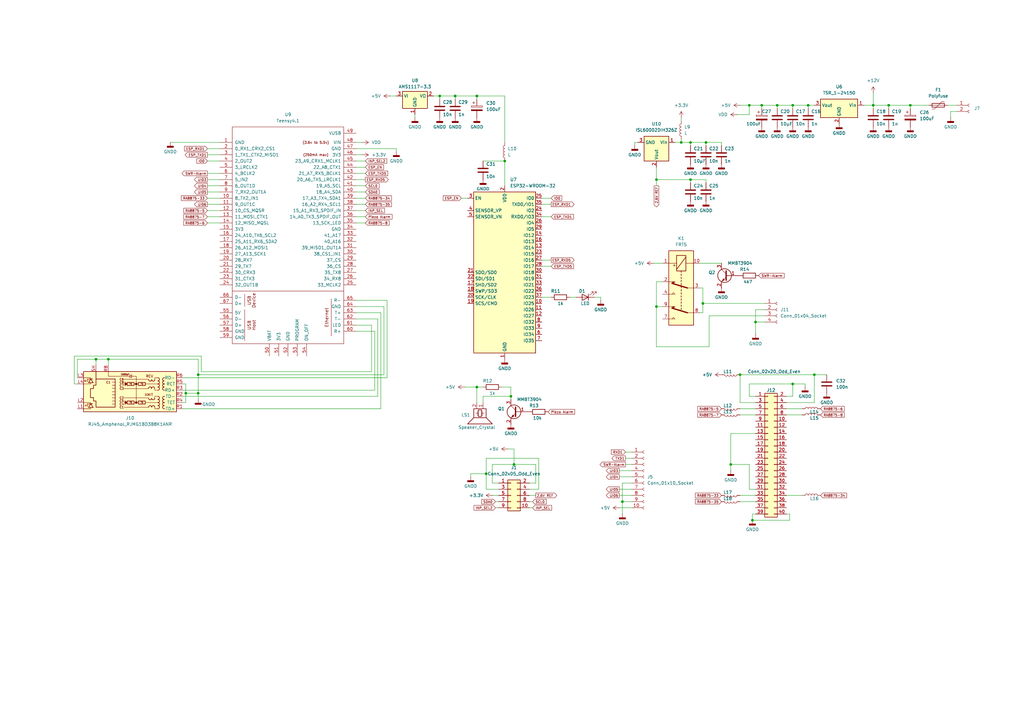
<source format=kicad_sch>
(kicad_sch (version 20231120) (generator "eeschema") (generator_version "8.0")
  (paper "A3")
  (title_block (rev "3.n"))
  (lib_symbols
    (symbol "Connector:Conn_01x02_Socket" (pin_names (offset 1.016) hide)
      (property "Reference" "J" (at 0 2.54 0))
      (property "Value" "Conn_01x02_Socket" (at 0 -5.08 0))
      (symbol "Conn_01x02_Socket_1_1"
        (pin passive line (at -5.08 0 0) (length 3.81) (name "Pin_1") (number "1"))
        (pin passive line (at -5.08 -2.54 0) (length 3.81) (name "Pin_2") (number "2"))
      )
    )
    (symbol "Connector:Conn_01x04_Socket" (pin_names (offset 1.016) hide)
      (property "Reference" "J" (at 0 5.08 0))
      (property "Value" "Conn_01x04_Socket" (at 0 -7.62 0))
      (symbol "Conn_01x04_Socket_1_1"
        (pin passive line (at -5.08 2.54 0) (length 3.81) (name "Pin_1") (number "1"))
        (pin passive line (at -5.08 0 0) (length 3.81) (name "Pin_2") (number "2"))
        (pin passive line (at -5.08 -2.54 0) (length 3.81) (name "Pin_3") (number "3"))
        (pin passive line (at -5.08 -5.08 0) (length 3.81) (name "Pin_4") (number "4"))
      )
    )
    (symbol "Connector:Conn_01x10_Socket" (pin_names (offset 1.016) hide)
      (property "Reference" "J" (at 0 12.7 0))
      (property "Value" "Conn_01x10_Socket" (at 0 -15.24 0))
      (symbol "Conn_01x10_Socket_1_1"
        (pin passive line (at -5.08 10.16 0) (length 3.81) (name "Pin_1") (number "1"))
        (pin passive line (at -5.08 -12.7 0) (length 3.81) (name "Pin_10") (number "10"))
        (pin passive line (at -5.08 7.62 0) (length 3.81) (name "Pin_2") (number "2"))
        (pin passive line (at -5.08 5.08 0) (length 3.81) (name "Pin_3") (number "3"))
        (pin passive line (at -5.08 2.54 0) (length 3.81) (name "Pin_4") (number "4"))
        (pin passive line (at -5.08 0 0) (length 3.81) (name "Pin_5") (number "5"))
        (pin passive line (at -5.08 -2.54 0) (length 3.81) (name "Pin_6") (number "6"))
        (pin passive line (at -5.08 -5.08 0) (length 3.81) (name "Pin_7") (number "7"))
        (pin passive line (at -5.08 -7.62 0) (length 3.81) (name "Pin_8") (number "8"))
        (pin passive line (at -5.08 -10.16 0) (length 3.81) (name "Pin_9") (number "9"))
      )
    )
    (symbol "Connector:RJ45_Amphenol_RJMG1BD3B8K1ANR"
      (property "Reference" "J" (at 18.415 10.16 0))
      (property "Value" "RJ45_Amphenol_RJMG1BD3B8K1ANR" (at -19.05 10.16 0))
      (symbol "RJ45_Amphenol_RJMG1BD3B8K1ANR_0_0"
        (text "C1" (at 4.699 6.985 0) (effects (font (size 0.889 0.889))))
        (text "C1" (at 10.16 -3.175 0) (effects (font (size 0.889 0.889))))
        (text "C2" (at 4.699 3.175 0) (effects (font (size 0.889 0.889))))
        (text "C3" (at 4.699 -0.635 0) (effects (font (size 0.889 0.889))))
        (text "C4" (at 4.699 5.715 0) (effects (font (size 0.889 0.889))))
        (text "C5" (at 4.699 4.445 0) (effects (font (size 0.889 0.889))))
        (text "C6" (at 4.699 -4.445 0) (effects (font (size 0.889 0.889))))
        (text "C7" (at 4.699 -1.905 0) (effects (font (size 0.889 0.889))))
        (text "C8" (at 4.699 -3.175 0) (effects (font (size 0.889 0.889))))
        (text "RCV" (at -8.255 -5.715 0) (effects (font (size 1.016 1.016)) (justify left)))
        (text "XMIT" (at -8.255 1.905 0) (effects (font (size 1.016 1.016)) (justify left)))
      )
      (symbol "RJ45_Amphenol_RJMG1BD3B8K1ANR_1_0"
        (text "1000pF" (at 3.302 -6.477 0) (effects (font (size 0.635 0.635))))
      )
      (symbol "RJ45_Amphenol_RJMG1BD3B8K1ANR_1_1"
        (text "75" (at -3.556 -2.54 0) (effects (font (size 0.635 0.635))))
        (text "75" (at -3.556 5.08 0) (effects (font (size 0.635 0.635))))
        (text "75" (at 1.016 -2.54 0) (effects (font (size 0.635 0.635))))
        (text "75" (at 1.016 5.08 0) (effects (font (size 0.635 0.635))))
        (text "G" (at 19.685 -3.81 0) (effects (font (size 0.635 0.635))))
        (text "Y" (at 19.558 6.35 0) (effects (font (size 0.635 0.635))))
        (pin passive line (at 22.86 7.62 180) (length 2.54) (name "") (number "L1"))
        (pin passive line (at 22.86 5.08 180) (length 2.54) (name "") (number "L2"))
        (pin passive line (at 22.86 -5.08 180) (length 2.54) (name "") (number "L3"))
        (pin passive line (at 22.86 -2.54 180) (length 2.54) (name "") (number "L4"))
        (pin passive line (at -20.32 7.62 0) (length 2.54) (name "TD+") (number "R1"))
        (pin passive line (at -20.32 2.54 0) (length 2.54) (name "TD-") (number "R2"))
        (pin passive line (at -20.32 0 0) (length 2.54) (name "RD+") (number "R3"))
        (pin passive line (at -20.32 5.08 0) (length 2.54) (name "TCT") (number "R4"))
        (pin passive line (at -20.32 -2.54 0) (length 2.54) (name "RCT") (number "R5"))
        (pin passive line (at -20.32 -5.08 0) (length 2.54) (name "RD-") (number "R6"))
        (pin no_connect line (at 20.32 0 0) (length 0) hide (name "NC") (number "R7"))
        (pin power_in line (at 10.16 -10.16 90) (length 2.54) (name "") (number "R8"))
        (pin passive line (at 15.24 -10.16 90) (length 2.54) (name "") (number "SH"))
      )
    )
    (symbol "Connector_Generic:Conn_02x05_Odd_Even" (pin_names (offset 1.016) hide)
      (property "Reference" "J" (at 1.27 7.62 0))
      (property "Value" "Conn_02x05_Odd_Even" (at 1.27 -7.62 0))
      (symbol "Conn_02x05_Odd_Even_1_1"
        (pin passive line (at -5.08 5.08 0) (length 3.81) (name "Pin_1") (number "1"))
        (pin passive line (at 7.62 -5.08 180) (length 3.81) (name "Pin_10") (number "10"))
        (pin passive line (at 7.62 5.08 180) (length 3.81) (name "Pin_2") (number "2"))
        (pin passive line (at -5.08 2.54 0) (length 3.81) (name "Pin_3") (number "3"))
        (pin passive line (at 7.62 2.54 180) (length 3.81) (name "Pin_4") (number "4"))
        (pin passive line (at -5.08 0 0) (length 3.81) (name "Pin_5") (number "5"))
        (pin passive line (at 7.62 0 180) (length 3.81) (name "Pin_6") (number "6"))
        (pin passive line (at -5.08 -2.54 0) (length 3.81) (name "Pin_7") (number "7"))
        (pin passive line (at 7.62 -2.54 180) (length 3.81) (name "Pin_8") (number "8"))
        (pin passive line (at -5.08 -5.08 0) (length 3.81) (name "Pin_9") (number "9"))
      )
    )
    (symbol "Connector_Generic:Conn_02x20_Odd_Even" (pin_names (offset 1.016) hide)
      (property "Reference" "J" (at 1.27 25.4 0))
      (property "Value" "Conn_02x20_Odd_Even" (at 1.27 -27.94 0))
      (symbol "Conn_02x20_Odd_Even_1_1"
        (pin passive line (at -5.08 22.86 0) (length 3.81) (name "Pin_1") (number "1"))
        (pin passive line (at 7.62 12.7 180) (length 3.81) (name "Pin_10") (number "10"))
        (pin passive line (at -5.08 10.16 0) (length 3.81) (name "Pin_11") (number "11"))
        (pin passive line (at 7.62 10.16 180) (length 3.81) (name "Pin_12") (number "12"))
        (pin passive line (at -5.08 7.62 0) (length 3.81) (name "Pin_13") (number "13"))
        (pin passive line (at 7.62 7.62 180) (length 3.81) (name "Pin_14") (number "14"))
        (pin passive line (at -5.08 5.08 0) (length 3.81) (name "Pin_15") (number "15"))
        (pin passive line (at 7.62 5.08 180) (length 3.81) (name "Pin_16") (number "16"))
        (pin passive line (at -5.08 2.54 0) (length 3.81) (name "Pin_17") (number "17"))
        (pin passive line (at 7.62 2.54 180) (length 3.81) (name "Pin_18") (number "18"))
        (pin passive line (at -5.08 0 0) (length 3.81) (name "Pin_19") (number "19"))
        (pin passive line (at 7.62 22.86 180) (length 3.81) (name "Pin_2") (number "2"))
        (pin passive line (at 7.62 0 180) (length 3.81) (name "Pin_20") (number "20"))
        (pin passive line (at -5.08 -2.54 0) (length 3.81) (name "Pin_21") (number "21"))
        (pin passive line (at 7.62 -2.54 180) (length 3.81) (name "Pin_22") (number "22"))
        (pin passive line (at -5.08 -5.08 0) (length 3.81) (name "Pin_23") (number "23"))
        (pin passive line (at 7.62 -5.08 180) (length 3.81) (name "Pin_24") (number "24"))
        (pin passive line (at -5.08 -7.62 0) (length 3.81) (name "Pin_25") (number "25"))
        (pin passive line (at 7.62 -7.62 180) (length 3.81) (name "Pin_26") (number "26"))
        (pin passive line (at -5.08 -10.16 0) (length 3.81) (name "Pin_27") (number "27"))
        (pin passive line (at 7.62 -10.16 180) (length 3.81) (name "Pin_28") (number "28"))
        (pin passive line (at -5.08 -12.7 0) (length 3.81) (name "Pin_29") (number "29"))
        (pin passive line (at -5.08 20.32 0) (length 3.81) (name "Pin_3") (number "3"))
        (pin passive line (at 7.62 -12.7 180) (length 3.81) (name "Pin_30") (number "30"))
        (pin passive line (at -5.08 -15.24 0) (length 3.81) (name "Pin_31") (number "31"))
        (pin passive line (at 7.62 -15.24 180) (length 3.81) (name "Pin_32") (number "32"))
        (pin passive line (at -5.08 -17.78 0) (length 3.81) (name "Pin_33") (number "33"))
        (pin passive line (at 7.62 -17.78 180) (length 3.81) (name "Pin_34") (number "34"))
        (pin passive line (at -5.08 -20.32 0) (length 3.81) (name "Pin_35") (number "35"))
        (pin passive line (at 7.62 -20.32 180) (length 3.81) (name "Pin_36") (number "36"))
        (pin passive line (at -5.08 -22.86 0) (length 3.81) (name "Pin_37") (number "37"))
        (pin passive line (at 7.62 -22.86 180) (length 3.81) (name "Pin_38") (number "38"))
        (pin passive line (at -5.08 -25.4 0) (length 3.81) (name "Pin_39") (number "39"))
        (pin passive line (at 7.62 20.32 180) (length 3.81) (name "Pin_4") (number "4"))
        (pin passive line (at 7.62 -25.4 180) (length 3.81) (name "Pin_40") (number "40"))
        (pin passive line (at -5.08 17.78 0) (length 3.81) (name "Pin_5") (number "5"))
        (pin passive line (at 7.62 17.78 180) (length 3.81) (name "Pin_6") (number "6"))
        (pin passive line (at -5.08 15.24 0) (length 3.81) (name "Pin_7") (number "7"))
        (pin passive line (at 7.62 15.24 180) (length 3.81) (name "Pin_8") (number "8"))
        (pin passive line (at -5.08 12.7 0) (length 3.81) (name "Pin_9") (number "9"))
      )
    )
    (symbol "Device:C" (pin_numbers hide) (pin_names (offset 0.254))
      (property "Reference" "C" (at 0.635 2.54 0))
      (property "Value" "C" (at 0.635 -2.54 0))
      (symbol "C_1_1"
        (pin passive line (at 0 3.81 270) (length 2.794) (name "~") (number "1"))
        (pin passive line (at 0 -3.81 90) (length 2.794) (name "~") (number "2"))
      )
    )
    (symbol "Device:C_Polarized" (pin_numbers hide) (pin_names (offset 0.254))
      (property "Reference" "C" (at 0.635 2.54 0))
      (property "Value" "C_Polarized" (at 0.635 -2.54 0))
      (symbol "C_Polarized_1_1"
        (pin passive line (at 0 3.81 270) (length 2.794) (name "~") (number "1"))
        (pin passive line (at 0 -3.81 90) (length 2.794) (name "~") (number "2"))
      )
    )
    (symbol "Device:L" (pin_numbers hide) (pin_names (offset 1.016) hide)
      (property "Reference" "L" (at -1.27 0 90))
      (property "Value" "L" (at 1.905 0 90))
      (symbol "L_1_1"
        (pin passive line (at 0 3.81 270) (length 1.27) (name "1") (number "1"))
        (pin passive line (at 0 -3.81 90) (length 1.27) (name "2") (number "2"))
      )
    )
    (symbol "Device:LED" (pin_numbers hide) (pin_names (offset 1.016) hide)
      (property "Reference" "D" (at 0 2.54 0))
      (property "Value" "LED" (at 0 -2.54 0))
      (symbol "LED_1_1"
        (pin passive line (at -3.81 0 0) (length 2.54) (name "K") (number "1"))
        (pin passive line (at 3.81 0 180) (length 2.54) (name "A") (number "2"))
      )
    )
    (symbol "Device:Polyfuse" (pin_numbers hide) (pin_names (offset 0))
      (property "Reference" "F" (at -2.54 0 90))
      (property "Value" "Polyfuse" (at 2.54 0 90))
      (symbol "Polyfuse_1_1"
        (pin passive line (at 0 3.81 270) (length 1.27) (name "~") (number "1"))
        (pin passive line (at 0 -3.81 90) (length 1.27) (name "~") (number "2"))
      )
    )
    (symbol "Device:Speaker_Crystal" (pin_names (offset 0) hide)
      (property "Reference" "LS" (at 0.635 5.715 0))
      (property "Value" "Speaker_Crystal" (at 0.635 3.81 0))
      (symbol "Speaker_Crystal_1_1"
        (pin input line (at -5.08 0 0) (length 2.54) (name "1") (number "1"))
        (pin input line (at -5.08 -2.54 0) (length 2.54) (name "2") (number "2"))
      )
    )
    (symbol "RF_Module:ESP32-WROOM-32"
      (property "Reference" "U" (at -12.7 34.29 0))
      (property "Value" "ESP32-WROOM-32" (at 1.27 34.29 0))
      (symbol "ESP32-WROOM-32_1_1"
        (pin power_in line (at 0 -35.56 90) (length 2.54) (name "GND") (number "1"))
        (pin bidirectional line (at 15.24 -12.7 180) (length 2.54) (name "IO25") (number "10"))
        (pin bidirectional line (at 15.24 -15.24 180) (length 2.54) (name "IO26") (number "11"))
        (pin bidirectional line (at 15.24 -17.78 180) (length 2.54) (name "IO27") (number "12"))
        (pin bidirectional line (at 15.24 10.16 180) (length 2.54) (name "IO14") (number "13"))
        (pin bidirectional line (at 15.24 15.24 180) (length 2.54) (name "IO12") (number "14"))
        (pin passive line (at 0 -35.56 90) (length 2.54) hide (name "GND") (number "15"))
        (pin bidirectional line (at 15.24 12.7 180) (length 2.54) (name "IO13") (number "16"))
        (pin bidirectional line (at -15.24 -5.08 0) (length 2.54) (name "SHD/SD2") (number "17"))
        (pin bidirectional line (at -15.24 -7.62 0) (length 2.54) (name "SWP/SD3") (number "18"))
        (pin bidirectional line (at -15.24 -12.7 0) (length 2.54) (name "SCS/CMD") (number "19"))
        (pin power_in line (at 0 35.56 270) (length 2.54) (name "VDD") (number "2"))
        (pin bidirectional line (at -15.24 -10.16 0) (length 2.54) (name "SCK/CLK") (number "20"))
        (pin bidirectional line (at -15.24 0 0) (length 2.54) (name "SDO/SD0") (number "21"))
        (pin bidirectional line (at -15.24 -2.54 0) (length 2.54) (name "SDI/SD1") (number "22"))
        (pin bidirectional line (at 15.24 7.62 180) (length 2.54) (name "IO15") (number "23"))
        (pin bidirectional line (at 15.24 25.4 180) (length 2.54) (name "IO2") (number "24"))
        (pin bidirectional line (at 15.24 30.48 180) (length 2.54) (name "IO0") (number "25"))
        (pin bidirectional line (at 15.24 20.32 180) (length 2.54) (name "IO4") (number "26"))
        (pin bidirectional line (at 15.24 5.08 180) (length 2.54) (name "IO16") (number "27"))
        (pin bidirectional line (at 15.24 2.54 180) (length 2.54) (name "IO17") (number "28"))
        (pin bidirectional line (at 15.24 17.78 180) (length 2.54) (name "IO5") (number "29"))
        (pin input line (at -15.24 30.48 0) (length 2.54) (name "EN") (number "3"))
        (pin bidirectional line (at 15.24 0 180) (length 2.54) (name "IO18") (number "30"))
        (pin bidirectional line (at 15.24 -2.54 180) (length 2.54) (name "IO19") (number "31"))
        (pin no_connect line (at -12.7 -27.94 0) (length 2.54) hide (name "NC") (number "32"))
        (pin bidirectional line (at 15.24 -5.08 180) (length 2.54) (name "IO21") (number "33"))
        (pin bidirectional line (at 15.24 22.86 180) (length 2.54) (name "RXD0/IO3") (number "34"))
        (pin bidirectional line (at 15.24 27.94 180) (length 2.54) (name "TXD0/IO1") (number "35"))
        (pin bidirectional line (at 15.24 -7.62 180) (length 2.54) (name "IO22") (number "36"))
        (pin bidirectional line (at 15.24 -10.16 180) (length 2.54) (name "IO23") (number "37"))
        (pin passive line (at 0 -35.56 90) (length 2.54) hide (name "GND") (number "38"))
        (pin passive line (at 0 -35.56 90) (length 2.54) hide (name "GND") (number "39"))
        (pin input line (at -15.24 25.4 0) (length 2.54) (name "SENSOR_VP") (number "4"))
        (pin input line (at -15.24 22.86 0) (length 2.54) (name "SENSOR_VN") (number "5"))
        (pin input line (at 15.24 -25.4 180) (length 2.54) (name "IO34") (number "6"))
        (pin input line (at 15.24 -27.94 180) (length 2.54) (name "IO35") (number "7"))
        (pin bidirectional line (at 15.24 -20.32 180) (length 2.54) (name "IO32") (number "8"))
        (pin bidirectional line (at 15.24 -22.86 180) (length 2.54) (name "IO33") (number "9"))
      )
    )
    (symbol "Reference_Voltage:ISL21070CIH325Z-TK"
      (property "Reference" "U" (at -0.635 8.255 0))
      (property "Value" "ISL21070CIH325Z-TK" (at -1.905 6.35 0))
      (symbol "ISL21070CIH325Z-TK_1_1"
        (pin power_in line (at -2.54 7.62 270) (length 2.54) (name "Vin") (number "1"))
        (pin power_out line (at 7.62 0 180) (length 2.54) (name "Vout") (number "2"))
        (pin power_in line (at -2.54 -7.62 90) (length 2.54) (name "GND") (number "3"))
      )
    )
    (symbol "Regulator_Linear:AMS1117-3.3"
      (property "Reference" "U" (at -3.81 3.175 0))
      (property "Value" "AMS1117-3.3" (at 0 3.175 0))
      (symbol "AMS1117-3.3_1_1"
        (pin power_in line (at 0 -7.62 90) (length 2.54) (name "GND") (number "1"))
        (pin power_out line (at 7.62 0 180) (length 2.54) (name "VO") (number "2"))
        (pin power_in line (at -7.62 0 0) (length 2.54) (name "VI") (number "3"))
      )
    )
    (symbol "Regulator_Switching:TSR_1-24150"
      (property "Reference" "U" (at -7.62 6.35 0))
      (property "Value" "TSR_1-24150" (at -1.27 6.35 0))
      (symbol "TSR_1-24150_1_1"
        (pin power_in line (at -10.16 2.54 0) (length 2.54) (name "Vin") (number "1"))
        (pin power_in line (at 0 -5.08 90) (length 2.54) (name "GND") (number "2"))
        (pin power_out line (at 10.16 2.54 180) (length 2.54) (name "Vout") (number "3"))
      )
    )
    (symbol "Relay:FRT5"
      (property "Reference" "K" (at 16.51 3.81 0))
      (property "Value" "FRT5" (at 16.51 1.27 0))
      (symbol "FRT5_0_0"
        (text "+" (at -9.271 2.921 0) (effects (font (size 1.27 1.27))))
      )
      (symbol "FRT5_1_1"
        (pin passive line (at -10.16 7.62 270) (length 2.54) (name "~") (number "1"))
        (pin passive line (at -10.16 -7.62 90) (length 2.54) (name "~") (number "10"))
        (pin passive line (at -2.54 7.62 270) (length 2.54) (name "~") (number "2"))
        (pin passive line (at 0 -7.62 90) (length 2.54) (name "~") (number "3"))
        (pin passive line (at 2.54 7.62 270) (length 2.54) (name "~") (number "4"))
        (pin passive line (at 12.7 7.62 270) (length 2.54) (name "~") (number "7"))
        (pin passive line (at 10.16 -7.62 90) (length 2.54) (name "~") (number "8"))
        (pin passive line (at 7.62 7.62 270) (length 2.54) (name "~") (number "9"))
      )
    )
    (symbol "Transistor_BJT:MMBT3904" (pin_names (offset 0) hide)
      (property "Reference" "Q" (at 5.08 1.905 0))
      (property "Value" "MMBT3904" (at 5.08 0 0))
      (symbol "MMBT3904_1_1"
        (pin input line (at -5.08 0 0) (length 5.715) (name "B") (number "1"))
        (pin passive line (at 2.54 -5.08 90) (length 2.54) (name "E") (number "2"))
        (pin passive line (at 2.54 5.08 270) (length 2.54) (name "C") (number "3"))
      )
    )
    (symbol "dual_rotary_encoder_switch:R" (pin_numbers hide) (pin_names (offset 0))
      (property "Reference" "R" (at 2.032 0 90))
      (property "Value" "R" (at 0 0 90))
      (symbol "R_1_1"
        (pin passive line (at 0 3.81 270) (length 1.27) (name "~") (number "1"))
        (pin passive line (at 0 -3.81 90) (length 1.27) (name "~") (number "2"))
      )
    )
    (symbol "power:+12V" (power) (pin_numbers hide) (pin_names (offset 0) hide)
      (property "Value" "+12V" (at 0 3.556 0))
      (symbol "+12V_1_1"
        (pin power_in line (at 0 0 90) (length 0) (name "~") (number "1"))
      )
    )
    (symbol "power:+3.3V" (power) (pin_numbers hide) (pin_names (offset 0) hide)
      (property "Value" "+3.3V" (at 0 3.556 0))
      (symbol "+3.3V_1_1"
        (pin power_in line (at 0 0 90) (length 0) (name "~") (number "1"))
      )
    )
    (symbol "power:+5V" (power) (pin_numbers hide) (pin_names (offset 0) hide)
      (property "Value" "+5V" (at 0 3.556 0))
      (symbol "+5V_1_1"
        (pin power_in line (at 0 0 90) (length 0) (name "~") (number "1"))
      )
    )
    (symbol "power:GNDD" (power) (pin_numbers hide) (pin_names (offset 0) hide)
      (property "Value" "GNDD" (at 0 -3.175 0))
      (symbol "GNDD_1_1"
        (pin power_in line (at 0 0 270) (length 0) (name "~") (number "1"))
      )
    )
    (symbol "power:VDD" (power) (pin_numbers hide) (pin_names (offset 0) hide)
      (property "Value" "VDD" (at 0 3.556 0))
      (symbol "VDD_1_1"
        (pin power_in line (at 0 0 90) (length 0) (name "~") (number "1"))
      )
    )
    (symbol "teensy:Teensy4.1" (pin_names (offset 1.016))
      (property "Reference" "U" (at 0 64.77 0))
      (property "Value" "Teensy4.1" (at 0 62.23 0))
      (symbol "Teensy4.1_0_0"
        (text "(250mA max)" (at 11.43 49.53 0) (effects (font (size 1.016 1.016))))
        (text "(3.6v to 5.5v)" (at 11.43 54.61 0) (effects (font (size 1.016 1.016))))
        (text "Device" (at -13.97 -10.16 900) (effects (font (size 1.27 1.27))))
        (text "Ethernet" (at 15.875 -17.145 900) (effects (font (size 1.27 1.27))))
        (text "Host" (at -13.97 -20.32 900) (effects (font (size 1.27 1.27))))
        (text "USB" (at -15.875 -20.32 900) (effects (font (size 1.27 1.27))))
        (text "USB" (at -15.875 -10.16 900) (effects (font (size 1.27 1.27))))
        (pin bidirectional line (at -27.94 31.75 0) (length 5.08) (name "8_TX2_IN1") (number "10"))
        (pin bidirectional line (at -27.94 29.21 0) (length 5.08) (name "9_OUT1C") (number "11"))
        (pin bidirectional line (at -27.94 26.67 0) (length 5.08) (name "10_CS_MQSR") (number "12"))
        (pin bidirectional line (at -27.94 24.13 0) (length 5.08) (name "11_MOSI_CTX1") (number "13"))
        (pin bidirectional line (at -27.94 21.59 0) (length 5.08) (name "12_MISO_MQSL") (number "14"))
        (pin power_in line (at -27.94 19.05 0) (length 5.08) (name "3V3") (number "15"))
        (pin bidirectional line (at -27.94 16.51 0) (length 5.08) (name "24_A10_TX6_SCL2") (number "16"))
        (pin bidirectional line (at -27.94 13.97 0) (length 5.08) (name "25_A11_RX6_SDA2") (number "17"))
        (pin bidirectional line (at -27.94 11.43 0) (length 5.08) (name "26_A12_MOSI1") (number "18"))
        (pin bidirectional line (at -27.94 8.89 0) (length 5.08) (name "27_A13_SCK1") (number "19"))
        (pin bidirectional line (at -27.94 6.35 0) (length 5.08) (name "28_RX7") (number "20"))
        (pin bidirectional line (at -27.94 3.81 0) (length 5.08) (name "29_TX7") (number "21"))
        (pin bidirectional line (at -27.94 1.27 0) (length 5.08) (name "30_CRX3") (number "22"))
        (pin bidirectional line (at -27.94 -1.27 0) (length 5.08) (name "31_CTX3") (number "23"))
        (pin bidirectional line (at -27.94 -3.81 0) (length 5.08) (name "32_OUT1B") (number "24"))
        (pin bidirectional line (at 27.94 -3.81 180) (length 5.08) (name "33_MCLK2") (number "25"))
        (pin bidirectional line (at 27.94 -1.27 180) (length 5.08) (name "34_RX8") (number "26"))
        (pin bidirectional line (at 27.94 1.27 180) (length 5.08) (name "35_TX8") (number "27"))
        (pin bidirectional line (at 27.94 3.81 180) (length 5.08) (name "36_CS") (number "28"))
        (pin bidirectional line (at 27.94 6.35 180) (length 5.08) (name "37_CS") (number "29"))
        (pin bidirectional line (at 27.94 8.89 180) (length 5.08) (name "38_CS1_IN1") (number "30"))
        (pin bidirectional line (at 27.94 11.43 180) (length 5.08) (name "39_MISO1_OUT1A") (number "31"))
        (pin bidirectional line (at 27.94 13.97 180) (length 5.08) (name "40_A16") (number "32"))
        (pin bidirectional line (at 27.94 16.51 180) (length 5.08) (name "41_A17") (number "33"))
        (pin bidirectional line (at 27.94 21.59 180) (length 5.08) (name "13_SCK_LED") (number "35"))
        (pin bidirectional line (at 27.94 24.13 180) (length 5.08) (name "14_A0_TX3_SPDIF_OUT") (number "36"))
        (pin bidirectional line (at 27.94 26.67 180) (length 5.08) (name "15_A1_RX3_SPDIF_IN") (number "37"))
        (pin bidirectional line (at 27.94 29.21 180) (length 5.08) (name "16_A2_RX4_SCL1") (number "38"))
        (pin bidirectional line (at 27.94 31.75 180) (length 5.08) (name "17_A3_TX4_SDA1") (number "39"))
        (pin bidirectional line (at 27.94 34.29 180) (length 5.08) (name "18_A4_SDA") (number "40"))
        (pin bidirectional line (at 27.94 36.83 180) (length 5.08) (name "19_A5_SCL") (number "41"))
        (pin bidirectional line (at 27.94 39.37 180) (length 5.08) (name "20_A6_TX5_LRCLK1") (number "42"))
        (pin bidirectional line (at 27.94 41.91 180) (length 5.08) (name "21_A7_RX5_BCLK1") (number "43"))
        (pin bidirectional line (at 27.94 44.45 180) (length 5.08) (name "22_A8_CTX1") (number "44"))
        (pin bidirectional line (at 27.94 46.99 180) (length 5.08) (name "23_A9_CRX1_MCLK1") (number "45"))
        (pin output line (at 27.94 49.53 180) (length 5.08) (name "3V3") (number "46"))
        (pin output line (at 27.94 52.07 180) (length 5.08) (name "GND") (number "47"))
        (pin power_in line (at 27.94 54.61 180) (length 5.08) (name "VIN") (number "48"))
        (pin power_out line (at 27.94 58.42 180) (length 5.08) (name "VUSB") (number "49"))
        (pin bidirectional line (at -27.94 44.45 0) (length 5.08) (name "3_LRCLK2") (number "5"))
        (pin power_in line (at -7.62 -33.02 90) (length 5.08) (name "VBAT") (number "50"))
        (pin power_in line (at -3.81 -33.02 90) (length 5.08) (name "3V3") (number "51"))
        (pin input line (at 0 -33.02 90) (length 5.08) (name "GND") (number "52"))
        (pin input line (at 3.81 -33.02 90) (length 5.08) (name "PROGRAM") (number "53"))
        (pin input line (at 7.62 -33.02 90) (length 5.08) (name "ON_OFF") (number "54"))
        (pin power_out line (at -27.94 -15.24 0) (length 5.08) (name "5V") (number "55"))
        (pin bidirectional line (at -27.94 -17.78 0) (length 5.08) (name "D-") (number "56"))
        (pin bidirectional line (at -27.94 -20.32 0) (length 5.08) (name "D+") (number "57"))
        (pin power_in line (at -27.94 -22.86 0) (length 5.08) (name "GND") (number "58"))
        (pin power_in line (at -27.94 -25.4 0) (length 5.08) (name "GND") (number "59"))
        (pin bidirectional line (at -27.94 41.91 0) (length 5.08) (name "4_BCLK2") (number "6"))
        (pin bidirectional line (at 27.94 -22.86 180) (length 5.08) (name "R+") (number "60"))
        (pin bidirectional line (at 27.94 -20.32 180) (length 5.08) (name "LED") (number "61"))
        (pin bidirectional line (at 27.94 -17.78 180) (length 5.08) (name "T-") (number "62"))
        (pin bidirectional line (at 27.94 -15.24 180) (length 5.08) (name "T+") (number "63"))
        (pin power_in line (at 27.94 -12.7 180) (length 5.08) (name "GND") (number "64"))
        (pin bidirectional line (at 27.94 -10.16 180) (length 5.08) (name "R-") (number "65"))
        (pin bidirectional line (at -27.94 -8.89 0) (length 5.08) (name "D-") (number "66"))
        (pin bidirectional line (at -27.94 -11.43 0) (length 5.08) (name "D+") (number "67"))
        (pin bidirectional line (at -27.94 39.37 0) (length 5.08) (name "5_IN2") (number "7"))
        (pin bidirectional line (at -27.94 36.83 0) (length 5.08) (name "6_OUT1D") (number "8"))
        (pin bidirectional line (at -27.94 34.29 0) (length 5.08) (name "7_RX2_OUT1A") (number "9"))
      )
      (symbol "Teensy4.1_1_1"
        (pin power_in line (at -27.94 54.61 0) (length 5.08) (name "GND") (number "1"))
        (pin bidirectional line (at -27.94 52.07 0) (length 5.08) (name "0_RX1_CRX2_CS1") (number "2"))
        (pin bidirectional line (at -27.94 49.53 0) (length 5.08) (name "1_TX1_CTX2_MISO1") (number "3"))
        (pin power_in line (at 27.94 19.05 180) (length 5.08) (name "GND") (number "34"))
        (pin bidirectional line (at -27.94 46.99 0) (length 5.08) (name "2_OUT2") (number "4"))
      )
    )
  )
  (junction (at 299.72 190.5))
  (junction (at 186.69 39.37))
  (junction (at 325.12 43.18))
  (junction (at 334.01 153.67))
  (junction (at 308.61 213.36))
  (junction (at 283.21 73.66))
  (junction (at 373.38 43.18))
  (junction (at 81.28 153.67))
  (junction (at 76.2 161.29))
  (junction (at 288.29 124.46))
  (junction (at 39.37 147.32))
  (junction (at 195.58 39.37))
  (junction (at 207.01 66.04))
  (junction (at 279.4 58.42))
  (junction (at 364.49 43.18))
  (junction (at 318.77 43.18))
  (junction (at 195.58 158.75))
  (junction (at 325.12 157.48))
  (junction (at 255.27 205.74))
  (junction (at 331.47 43.18))
  (junction (at 312.42 43.18))
  (junction (at 210.82 190.5))
  (junction (at 81.28 161.29))
  (junction (at 269.24 125.73))
  (junction (at 269.24 73.66))
  (junction (at 358.14 43.18))
  (junction (at 309.88 132.08))
  (junction (at 209.55 162.56))
  (junction (at 283.21 58.42))
  (junction (at 289.56 58.42))
  (junction (at 199.39 194.31))
  (junction (at 303.53 153.67))
  (junction (at 307.34 43.18))
  (junction (at 180.34 39.37))
  (junction (at 44.45 147.32))
  (wire (pts (xy 199.39 187.96) (xy 199.39 194.31)))
  (wire (pts (xy 205.74 158.75) (xy 209.55 158.75)))
  (wire (pts (xy 255.27 198.12) (xy 255.27 205.74)))
  (wire (pts (xy 283.21 73.66) (xy 289.56 73.66)))
  (wire (pts (xy 243.84 121.92) (xy 246.38 121.92)))
  (wire (pts (xy 217.17 208.28) (xy 218.44 208.28)))
  (wire (pts (xy 222.25 121.92) (xy 226.06 121.92)))
  (wire (pts (xy 44.45 147.32) (xy 81.28 147.32)))
  (wire (pts (xy 203.2 205.74) (xy 204.47 205.74)))
  (wire (pts (xy 254 203.2) (xy 259.08 203.2)))
  (wire (pts (xy 373.38 43.18) (xy 381 43.18)))
  (wire (pts (xy 157.48 153.67) (xy 81.28 153.67)))
  (wire (pts (xy 146.05 63.5) (xy 148.59 63.5)))
  (wire (pts (xy 201.93 203.2) (xy 204.47 203.2)))
  (wire (pts (xy 193.04 194.31) (xy 193.04 195.58)))
  (wire (pts (xy 222.25 106.68) (xy 226.06 106.68)))
  (wire (pts (xy 307.34 46.99) (xy 307.34 43.18)))
  (wire (pts (xy 389.89 45.72) (xy 389.89 48.26)))
  (wire (pts (xy 149.86 86.36) (xy 146.05 86.36)))
  (wire (pts (xy 260.35 58.42) (xy 260.35 59.69)))
  (wire (pts (xy 290.83 129.54) (xy 290.83 142.24)))
  (wire (pts (xy 269.24 68.58) (xy 269.24 73.66)))
  (wire (pts (xy 199.39 194.31) (xy 199.39 200.66)))
  (wire (pts (xy 325.12 43.18) (xy 325.12 44.45)))
  (wire (pts (xy 160.02 39.37) (xy 162.56 39.37)))
  (wire (pts (xy 153.67 135.89) (xy 153.67 160.02)))
  (wire (pts (xy 76.2 161.29) (xy 76.2 157.48)))
  (wire (pts (xy 309.88 127) (xy 309.88 132.08)))
  (wire (pts (xy 358.14 43.18) (xy 364.49 43.18)))
  (wire (pts (xy 325.12 162.56) (xy 322.58 162.56)))
  (wire (pts (xy 149.86 78.74) (xy 146.05 78.74)))
  (wire (pts (xy 307.34 200.66) (xy 307.34 190.5)))
  (wire (pts (xy 85.09 63.5) (xy 90.17 63.5)))
  (wire (pts (xy 85.09 66.04) (xy 90.17 66.04)))
  (wire (pts (xy 373.38 43.18) (xy 373.38 44.45)))
  (wire (pts (xy 302.26 46.99) (xy 307.34 46.99)))
  (wire (pts (xy 288.29 128.27) (xy 288.29 124.46)))
  (wire (pts (xy 288.29 124.46) (xy 313.69 124.46)))
  (wire (pts (xy 308.61 210.82) (xy 308.61 213.36)))
  (wire (pts (xy 219.71 190.5) (xy 219.71 198.12)))
  (wire (pts (xy 149.86 91.44) (xy 146.05 91.44)))
  (wire (pts (xy 81.28 153.67) (xy 81.28 161.29)))
  (wire (pts (xy 74.93 162.56) (xy 154.94 162.56)))
  (wire (pts (xy 149.86 76.2) (xy 146.05 76.2)))
  (wire (pts (xy 201.93 198.12) (xy 201.93 190.5)))
  (wire (pts (xy 287.02 118.11) (xy 288.29 118.11)))
  (wire (pts (xy 358.14 38.1) (xy 358.14 43.18)))
  (wire (pts (xy 44.45 149.86) (xy 44.45 147.32)))
  (wire (pts (xy 269.24 142.24) (xy 290.83 142.24)))
  (wire (pts (xy 334.01 43.18) (xy 331.47 43.18)))
  (wire (pts (xy 85.09 83.82) (xy 90.17 83.82)))
  (wire (pts (xy 220.98 200.66) (xy 217.17 200.66)))
  (wire (pts (xy 323.85 210.82) (xy 322.58 210.82)))
  (wire (pts (xy 254 193.04) (xy 259.08 193.04)))
  (wire (pts (xy 255.27 205.74) (xy 255.27 210.82)))
  (wire (pts (xy 199.39 194.31) (xy 193.04 194.31)))
  (wire (pts (xy 39.37 147.32) (xy 31.75 147.32)))
  (wire (pts (xy 85.09 81.28) (xy 90.17 81.28)))
  (wire (pts (xy 303.53 205.74) (xy 309.88 205.74)))
  (wire (pts (xy 158.75 123.19) (xy 146.05 123.19)))
  (wire (pts (xy 31.75 157.48) (xy 30.48 157.48)))
  (wire (pts (xy 85.09 88.9) (xy 90.17 88.9)))
  (wire (pts (xy 146.05 125.73) (xy 157.48 125.73)))
  (wire (pts (xy 158.75 154.94) (xy 158.75 123.19)))
  (wire (pts (xy 146.05 71.12) (xy 149.86 71.12)))
  (wire (pts (xy 287.02 107.95) (xy 295.91 107.95)))
  (wire (pts (xy 76.2 161.29) (xy 81.28 161.29)))
  (wire (pts (xy 222.25 81.28) (xy 226.06 81.28)))
  (wire (pts (xy 31.75 147.32) (xy 31.75 154.94)))
  (wire (pts (xy 157.48 125.73) (xy 157.48 153.67)))
  (wire (pts (xy 259.08 198.12) (xy 255.27 198.12)))
  (wire (pts (xy 76.2 165.1) (xy 76.2 161.29)))
  (wire (pts (xy 364.49 43.18) (xy 364.49 44.45)))
  (wire (pts (xy 210.82 190.5) (xy 219.71 190.5)))
  (wire (pts (xy 85.09 60.96) (xy 90.17 60.96)))
  (wire (pts (xy 261.62 58.42) (xy 260.35 58.42)))
  (wire (pts (xy 199.39 187.96) (xy 220.98 187.96)))
  (wire (pts (xy 146.05 58.42) (xy 148.59 58.42)))
  (wire (pts (xy 209.55 158.75) (xy 209.55 162.56)))
  (wire (pts (xy 309.88 177.8) (xy 299.72 177.8)))
  (wire (pts (xy 204.47 200.66) (xy 199.39 200.66)))
  (wire (pts (xy 152.4 133.35) (xy 146.05 133.35)))
  (wire (pts (xy 328.93 203.2) (xy 322.58 203.2)))
  (wire (pts (xy 207.01 66.04) (xy 207.01 76.2)))
  (wire (pts (xy 254 195.58) (xy 259.08 195.58)))
  (wire (pts (xy 312.42 43.18) (xy 312.42 44.45)))
  (wire (pts (xy 328.93 167.64) (xy 322.58 167.64)))
  (wire (pts (xy 85.09 78.74) (xy 90.17 78.74)))
  (wire (pts (xy 85.09 91.44) (xy 90.17 91.44)))
  (wire (pts (xy 256.54 187.96) (xy 259.08 187.96)))
  (wire (pts (xy 177.8 39.37) (xy 180.34 39.37)))
  (wire (pts (xy 269.24 73.66) (xy 269.24 76.2)))
  (wire (pts (xy 267.97 107.95) (xy 271.78 107.95)))
  (wire (pts (xy 217.17 205.74) (xy 218.44 205.74)))
  (wire (pts (xy 146.05 73.66) (xy 149.86 73.66)))
  (wire (pts (xy 269.24 125.73) (xy 271.78 125.73)))
  (wire (pts (xy 276.86 58.42) (xy 279.4 58.42)))
  (wire (pts (xy 299.72 190.5) (xy 299.72 193.04)))
  (wire (pts (xy 146.05 88.9) (xy 149.86 88.9)))
  (wire (pts (xy 312.42 43.18) (xy 318.77 43.18)))
  (wire (pts (xy 85.09 73.66) (xy 90.17 73.66)))
  (wire (pts (xy 76.2 157.48) (xy 74.93 157.48)))
  (wire (pts (xy 39.37 147.32) (xy 39.37 149.86)))
  (wire (pts (xy 82.55 152.4) (xy 152.4 152.4)))
  (wire (pts (xy 222.25 83.82) (xy 226.06 83.82)))
  (wire (pts (xy 283.21 58.42) (xy 289.56 58.42)))
  (wire (pts (xy 295.91 58.42) (xy 295.91 59.69)))
  (wire (pts (xy 283.21 58.42) (xy 283.21 59.69)))
  (wire (pts (xy 269.24 125.73) (xy 269.24 142.24)))
  (wire (pts (xy 146.05 68.58) (xy 149.86 68.58)))
  (wire (pts (xy 254 208.28) (xy 259.08 208.28)))
  (wire (pts (xy 190.5 158.75) (xy 195.58 158.75)))
  (wire (pts (xy 288.29 124.46) (xy 288.29 118.11)))
  (wire (pts (xy 152.4 152.4) (xy 152.4 133.35)))
  (wire (pts (xy 303.53 153.67) (xy 334.01 153.67)))
  (wire (pts (xy 307.34 157.48) (xy 325.12 157.48)))
  (wire (pts (xy 279.4 58.42) (xy 283.21 58.42)))
  (wire (pts (xy 210.82 190.5) (xy 210.82 184.15)))
  (wire (pts (xy 331.47 43.18) (xy 331.47 44.45)))
  (wire (pts (xy 289.56 58.42) (xy 295.91 58.42)))
  (wire (pts (xy 186.69 39.37) (xy 186.69 40.64)))
  (wire (pts (xy 289.56 58.42) (xy 289.56 59.69)))
  (wire (pts (xy 388.62 43.18) (xy 392.43 43.18)))
  (wire (pts (xy 170.18 48.26) (xy 170.18 46.99)))
  (wire (pts (xy 256.54 190.5) (xy 259.08 190.5)))
  (wire (pts (xy 254 200.66) (xy 259.08 200.66)))
  (wire (pts (xy 323.85 213.36) (xy 323.85 210.82)))
  (wire (pts (xy 203.2 208.28) (xy 204.47 208.28)))
  (wire (pts (xy 154.94 162.56) (xy 154.94 130.81)))
  (wire (pts (xy 149.86 81.28) (xy 146.05 81.28)))
  (wire (pts (xy 307.34 190.5) (xy 299.72 190.5)))
  (wire (pts (xy 198.12 162.56) (xy 209.55 162.56)))
  (wire (pts (xy 146.05 128.27) (xy 156.21 128.27)))
  (wire (pts (xy 220.98 187.96) (xy 220.98 200.66)))
  (wire (pts (xy 195.58 158.75) (xy 195.58 165.1)))
  (wire (pts (xy 233.68 121.92) (xy 236.22 121.92)))
  (wire (pts (xy 85.09 76.2) (xy 90.17 76.2)))
  (wire (pts (xy 153.67 160.02) (xy 74.93 160.02)))
  (wire (pts (xy 307.34 162.56) (xy 307.34 157.48)))
  (wire (pts (xy 246.38 121.92) (xy 246.38 123.19)))
  (wire (pts (xy 283.21 73.66) (xy 283.21 74.93)))
  (wire (pts (xy 256.54 185.42) (xy 259.08 185.42)))
  (wire (pts (xy 279.4 57.15) (xy 279.4 58.42)))
  (wire (pts (xy 156.21 167.64) (xy 74.93 167.64)))
  (wire (pts (xy 81.28 161.29) (xy 81.28 163.83)))
  (wire (pts (xy 309.88 162.56) (xy 307.34 162.56)))
  (wire (pts (xy 354.33 43.18) (xy 358.14 43.18)))
  (wire (pts (xy 287.02 128.27) (xy 288.29 128.27)))
  (wire (pts (xy 334.01 153.67) (xy 339.09 153.67)))
  (wire (pts (xy 195.58 39.37) (xy 207.01 39.37)))
  (wire (pts (xy 222.25 88.9) (xy 226.06 88.9)))
  (wire (pts (xy 149.86 83.82) (xy 146.05 83.82)))
  (wire (pts (xy 392.43 45.72) (xy 389.89 45.72)))
  (wire (pts (xy 204.47 198.12) (xy 201.93 198.12)))
  (wire (pts (xy 318.77 43.18) (xy 325.12 43.18)))
  (wire (pts (xy 307.34 43.18) (xy 312.42 43.18)))
  (wire (pts (xy 309.88 165.1) (xy 303.53 165.1)))
  (wire (pts (xy 303.53 165.1) (xy 303.53 153.67)))
  (wire (pts (xy 201.93 190.5) (xy 210.82 190.5)))
  (wire (pts (xy 303.53 170.18) (xy 309.88 170.18)))
  (wire (pts (xy 309.88 132.08) (xy 309.88 137.16)))
  (wire (pts (xy 198.12 165.1) (xy 198.12 162.56)))
  (wire (pts (xy 198.12 66.04) (xy 207.01 66.04)))
  (wire (pts (xy 156.21 128.27) (xy 156.21 167.64)))
  (wire (pts (xy 30.48 157.48) (xy 30.48 146.05)))
  (wire (pts (xy 162.56 60.96) (xy 162.56 62.23)))
  (wire (pts (xy 334.01 153.67) (xy 334.01 165.1)))
  (wire (pts (xy 303.53 203.2) (xy 309.88 203.2)))
  (wire (pts (xy 303.53 167.64) (xy 309.88 167.64)))
  (wire (pts (xy 255.27 205.74) (xy 259.08 205.74)))
  (wire (pts (xy 209.55 162.56) (xy 209.55 163.83)))
  (wire (pts (xy 219.71 198.12) (xy 217.17 198.12)))
  (wire (pts (xy 269.24 115.57) (xy 269.24 125.73)))
  (wire (pts (xy 313.69 127) (xy 309.88 127)))
  (wire (pts (xy 289.56 73.66) (xy 289.56 74.93)))
  (wire (pts (xy 207.01 39.37) (xy 207.01 58.42)))
  (wire (pts (xy 334.01 165.1) (xy 322.58 165.1)))
  (wire (pts (xy 82.55 146.05) (xy 82.55 152.4)))
  (wire (pts (xy 208.28 184.15) (xy 210.82 184.15)))
  (wire (pts (xy 318.77 43.18) (xy 318.77 44.45)))
  (wire (pts (xy 222.25 109.22) (xy 226.06 109.22)))
  (wire (pts (xy 269.24 73.66) (xy 283.21 73.66)))
  (wire (pts (xy 30.48 146.05) (xy 82.55 146.05)))
  (wire (pts (xy 146.05 135.89) (xy 153.67 135.89)))
  (wire (pts (xy 85.09 71.12) (xy 90.17 71.12)))
  (wire (pts (xy 85.09 86.36) (xy 90.17 86.36)))
  (wire (pts (xy 198.12 158.75) (xy 195.58 158.75)))
  (wire (pts (xy 74.93 154.94) (xy 158.75 154.94)))
  (wire (pts (xy 309.88 200.66) (xy 307.34 200.66)))
  (wire (pts (xy 303.53 43.18) (xy 307.34 43.18)))
  (wire (pts (xy 313.69 129.54) (xy 290.83 129.54)))
  (wire (pts (xy 325.12 157.48) (xy 330.2 157.48)))
  (wire (pts (xy 81.28 147.32) (xy 81.28 153.67)))
  (wire (pts (xy 309.88 210.82) (xy 308.61 210.82)))
  (wire (pts (xy 74.93 165.1) (xy 76.2 165.1)))
  (wire (pts (xy 308.61 213.36) (xy 323.85 213.36)))
  (wire (pts (xy 330.2 157.48) (xy 330.2 158.75)))
  (wire (pts (xy 328.93 170.18) (xy 322.58 170.18)))
  (wire (pts (xy 195.58 39.37) (xy 195.58 40.64)))
  (wire (pts (xy 186.69 39.37) (xy 195.58 39.37)))
  (wire (pts (xy 189.23 81.28) (xy 191.77 81.28)))
  (wire (pts (xy 146.05 60.96) (xy 162.56 60.96)))
  (wire (pts (xy 364.49 43.18) (xy 373.38 43.18)))
  (wire (pts (xy 309.88 132.08) (xy 313.69 132.08)))
  (wire (pts (xy 299.72 177.8) (xy 299.72 190.5)))
  (wire (pts (xy 358.14 43.18) (xy 358.14 44.45)))
  (wire (pts (xy 180.34 39.37) (xy 180.34 40.64)))
  (wire (pts (xy 271.78 115.57) (xy 269.24 115.57)))
  (wire (pts (xy 279.4 48.26) (xy 279.4 49.53)))
  (wire (pts (xy 69.85 58.42) (xy 90.17 58.42)))
  (wire (pts (xy 180.34 39.37) (xy 186.69 39.37)))
  (wire (pts (xy 217.17 203.2) (xy 219.71 203.2)))
  (wire (pts (xy 325.12 157.48) (xy 325.12 162.56)))
  (wire (pts (xy 154.94 130.81) (xy 146.05 130.81)))
  (wire (pts (xy 44.45 147.32) (xy 39.37 147.32)))
  (wire (pts (xy 325.12 43.18) (xy 331.47 43.18)))
  (wire (pts (xy 146.05 66.04) (xy 149.86 66.04)))
  (global_label "UI04" (shape output) (at 254 195.58 180) (effects (font (size 1 1))) (property "Intersheetrefs" "${INTERSHEET_REFS}" (effects (hide yes))))
  (global_label "RA8875-33" (shape input) (at 85.09 81.28 180) (effects (font (size 1 1))) (property "Intersheetrefs" "${INTERSHEET_REFS}" (effects (hide yes))))
  (global_label "TXD1" (shape output) (at 256.54 187.96 180) (effects (font (size 1 1))) (property "Intersheetrefs" "${INTERSHEET_REFS}" (effects (hide yes))))
  (global_label "ESP_RXD5" (shape output) (at 149.86 73.66 0) (effects (font (size 1 1))) (property "Intersheetrefs" "${INTERSHEET_REFS}" (effects (hide yes))))
  (global_label "ESP_RXD1" (shape input) (at 85.09 60.96 180) (effects (font (size 1 1))) (property "Intersheetrefs" "${INTERSHEET_REFS}" (effects (hide yes))))
  (global_label "RA8875-8" (shape input) (at 149.86 91.44 0) (effects (font (size 1 1))) (property "Intersheetrefs" "${INTERSHEET_REFS}" (effects (hide yes))))
  (global_label "2,6V REF" (shape output) (at 269.24 76.2 270) (effects (font (size 1 1))) (property "Intersheetrefs" "${INTERSHEET_REFS}" (effects (hide yes))))
  (global_label "INP_SEL2" (shape input) (at 149.86 66.04 0) (effects (font (size 1 1))) (property "Intersheetrefs" "${INTERSHEET_REFS}" (effects (hide yes))))
  (global_label "SWR-Alarm" (shape output) (at 256.54 190.5 180) (effects (font (size 1 1))) (property "Intersheetrefs" "${INTERSHEET_REFS}" (effects (hide yes))))
  (global_label "ESP_TXD5" (shape input) (at 149.86 71.12 0) (effects (font (size 1 1))) (property "Intersheetrefs" "${INTERSHEET_REFS}" (effects (hide yes))))
  (global_label "UI04" (shape output) (at 85.09 76.2 180) (effects (font (size 1 1))) (property "Intersheetrefs" "${INTERSHEET_REFS}" (effects (hide yes))))
  (global_label "IO0" (shape input) (at 226.06 81.28 0) (effects (font (size 1 1))) (property "Intersheetrefs" "${INTERSHEET_REFS}" (effects (hide yes))))
  (global_label "RA8875-6" (shape input) (at 336.55 167.64 0) (effects (font (size 1 1))) (property "Intersheetrefs" "${INTERSHEET_REFS}" (effects (hide yes))))
  (global_label "RA8875-35" (shape input) (at 149.86 83.82 0) (effects (font (size 1 1))) (property "Intersheetrefs" "${INTERSHEET_REFS}" (effects (hide yes))))
  (global_label "ESP_EN" (shape input) (at 189.23 81.28 180) (effects (font (size 1 1))) (property "Intersheetrefs" "${INTERSHEET_REFS}" (effects (hide yes))))
  (global_label "SWR-Alarm" (shape output) (at 85.09 71.12 180) (effects (font (size 1 1))) (property "Intersheetrefs" "${INTERSHEET_REFS}" (effects (hide yes))))
  (global_label "RA8875-33" (shape input) (at 295.91 203.2 180) (effects (font (size 1 1))) (property "Intersheetrefs" "${INTERSHEET_REFS}" (effects (hide yes))))
  (global_label "UI05" (shape output) (at 85.09 78.74 180) (effects (font (size 1 1))) (property "Intersheetrefs" "${INTERSHEET_REFS}" (effects (hide yes))))
  (global_label "ESP_RXD1" (shape output) (at 226.06 83.82 0) (effects (font (size 1 1))) (property "Intersheetrefs" "${INTERSHEET_REFS}" (effects (hide yes))))
  (global_label "Piezo Alarm" (shape input) (at 224.79 168.91 0) (effects (font (size 1 1))) (property "Intersheetrefs" "${INTERSHEET_REFS}" (effects (hide yes))))
  (global_label "INP_SEL2" (shape input) (at 203.2 208.28 180) (effects (font (size 1 1))) (property "Intersheetrefs" "${INTERSHEET_REFS}" (effects (hide yes))))
  (global_label "SDA0" (shape input) (at 149.86 78.74 0) (effects (font (size 1 1))) (property "Intersheetrefs" "${INTERSHEET_REFS}" (effects (hide yes))))
  (global_label "UI03" (shape output) (at 85.09 73.66 180) (effects (font (size 1 1))) (property "Intersheetrefs" "${INTERSHEET_REFS}" (effects (hide yes))))
  (global_label "ESP_TXD1" (shape output) (at 85.09 63.5 180) (effects (font (size 1 1))) (property "Intersheetrefs" "${INTERSHEET_REFS}" (effects (hide yes))))
  (global_label "ESP_TXD1" (shape input) (at 226.06 88.9 0) (effects (font (size 1 1))) (property "Intersheetrefs" "${INTERSHEET_REFS}" (effects (hide yes))))
  (global_label "RA8875-34" (shape input) (at 149.86 81.28 0) (effects (font (size 1 1))) (property "Intersheetrefs" "${INTERSHEET_REFS}" (effects (hide yes))))
  (global_label "RA8875-6" (shape input) (at 85.09 91.44 180) (effects (font (size 1 1))) (property "Intersheetrefs" "${INTERSHEET_REFS}" (effects (hide yes))))
  (global_label "RA8875-5" (shape input) (at 85.09 86.36 180) (effects (font (size 1 1))) (property "Intersheetrefs" "${INTERSHEET_REFS}" (effects (hide yes))))
  (global_label "INP_SEL" (shape input) (at 218.44 208.28 0) (effects (font (size 1 1))) (property "Intersheetrefs" "${INTERSHEET_REFS}" (effects (hide yes))))
  (global_label "INP_SEL" (shape input) (at 149.86 86.36 0) (effects (font (size 1 1))) (property "Intersheetrefs" "${INTERSHEET_REFS}" (effects (hide yes))))
  (global_label "RA8875-34" (shape input) (at 336.55 203.2 0) (effects (font (size 1 1))) (property "Intersheetrefs" "${INTERSHEET_REFS}" (effects (hide yes))))
  (global_label "Piezo Alarm" (shape input) (at 149.86 88.9 0) (effects (font (size 1 1))) (property "Intersheetrefs" "${INTERSHEET_REFS}" (effects (hide yes))))
  (global_label "RA8875-5" (shape input) (at 295.91 167.64 180) (effects (font (size 1 1))) (property "Intersheetrefs" "${INTERSHEET_REFS}" (effects (hide yes))))
  (global_label "RA8875-7" (shape input) (at 295.91 170.18 180) (effects (font (size 1 1))) (property "Intersheetrefs" "${INTERSHEET_REFS}" (effects (hide yes))))
  (global_label "RXD1" (shape input) (at 256.54 185.42 180) (effects (font (size 1 1))) (property "Intersheetrefs" "${INTERSHEET_REFS}" (effects (hide yes))))
  (global_label "SWR-Alarm" (shape input) (at 311.15 113.03 0) (effects (font (size 1 1))) (property "Intersheetrefs" "${INTERSHEET_REFS}" (effects (hide yes))))
  (global_label "UI03" (shape output) (at 254 193.04 180) (effects (font (size 1 1))) (property "Intersheetrefs" "${INTERSHEET_REFS}" (effects (hide yes))))
  (global_label "UI05" (shape output) (at 254 200.66 180) (effects (font (size 1 1))) (property "Intersheetrefs" "${INTERSHEET_REFS}" (effects (hide yes))))
  (global_label "RA8875-8" (shape input) (at 336.55 170.18 0) (effects (font (size 1 1))) (property "Intersheetrefs" "${INTERSHEET_REFS}" (effects (hide yes))))
  (global_label "ESP_EN" (shape input) (at 149.86 68.58 0) (effects (font (size 1 1))) (property "Intersheetrefs" "${INTERSHEET_REFS}" (effects (hide yes))))
  (global_label "SCL0" (shape input) (at 218.44 205.74 0) (effects (font (size 1 1))) (property "Intersheetrefs" "${INTERSHEET_REFS}" (effects (hide yes))))
  (global_label "UI06" (shape output) (at 85.09 83.82 180) (effects (font (size 1 1))) (property "Intersheetrefs" "${INTERSHEET_REFS}" (effects (hide yes))))
  (global_label "ESP_TXD5" (shape input) (at 226.06 109.22 0) (effects (font (size 1 1))) (property "Intersheetrefs" "${INTERSHEET_REFS}" (effects (hide yes))))
  (global_label "RA8875-35" (shape input) (at 295.91 205.74 180) (effects (font (size 1 1))) (property "Intersheetrefs" "${INTERSHEET_REFS}" (effects (hide yes))))
  (global_label "UI06" (shape output) (at 254 203.2 180) (effects (font (size 1 1))) (property "Intersheetrefs" "${INTERSHEET_REFS}" (effects (hide yes))))
  (global_label "IO0" (shape input) (at 85.09 66.04 180) (effects (font (size 1 1))) (property "Intersheetrefs" "${INTERSHEET_REFS}" (effects (hide yes))))
  (global_label "ESP_RXD5" (shape output) (at 226.06 106.68 0) (effects (font (size 1 1))) (property "Intersheetrefs" "${INTERSHEET_REFS}" (effects (hide yes))))
  (global_label "RA8875-7" (shape input) (at 85.09 88.9 180) (effects (font (size 1 1))) (property "Intersheetrefs" "${INTERSHEET_REFS}" (effects (hide yes))))
  (global_label "2,6V REF" (shape output) (at 219.71 203.2 0) (effects (font (size 1 1))) (property "Intersheetrefs" "${INTERSHEET_REFS}" (effects (hide yes))))
  (global_label "SCL0" (shape input) (at 149.86 76.2 0) (effects (font (size 1 1))) (property "Intersheetrefs" "${INTERSHEET_REFS}" (effects (hide yes))))
  (global_label "SDA0" (shape input) (at 203.2 205.74 180) (effects (font (size 1 1))) (property "Intersheetrefs" "${INTERSHEET_REFS}" (effects (hide yes))))
  (symbol (lib_id "Device:C") (at 325.12 48.26 180) (unit 1)
    (property "Reference" "C17" (at 326.39 45.72 0) (effects (justify right)))
    (property "Value" "10n" (at 326.39 50.8 0) (effects (justify right)))
    (property "Footprint" "Capacitor_SMD:C_1206_3216Metric_Pad1.33x1.80mm_HandSolder" (effects (hide yes)))
    (property "Description" "Unpolarized capacitor" (effects (hide yes)))
  )
  (symbol (lib_id "power:VDD") (at 148.59 58.42 270) (unit 1)
    (property "Reference" "#PWR038" (effects (hide yes)))
    (property "Value" "VDD" (at 152.4 58.4199 90) (effects (justify left)))
    (property "Description" "Power symbol creates a global label with name \"VDD\"" (effects (hide yes)))
  )
  (symbol (lib_id "power:GNDD") (at 186.69 48.26 0) (unit 1)
    (property "Reference" "#PWR068" (effects (hide yes)))
    (property "Value" "GNDD" (at 186.69 52.07 0))
    (property "Description" "Power symbol creates a global label with name \"GNDD\" , digital ground" (effects (hide yes)))
  )
  (symbol (lib_id "Device:C") (at 186.69 44.45 180) (unit 1)
    (property "Reference" "C29" (at 187.96 41.91 0) (effects (justify right)))
    (property "Value" "1n" (at 187.96 46.99 0) (effects (justify right)))
    (property "Footprint" "Capacitor_SMD:C_1206_3216Metric_Pad1.33x1.80mm_HandSolder" (effects (hide yes)))
    (property "Description" "Unpolarized capacitor" (effects (hide yes)))
  )
  (symbol (lib_id "power:GNDD") (at 255.27 210.82 0) (unit 1)
    (property "Reference" "#PWR032" (effects (hide yes)))
    (property "Value" "GNDD" (at 255.27 214.63 0))
    (property "Description" "Power symbol creates a global label with name \"GNDD\" , digital ground" (effects (hide yes)))
  )
  (symbol (lib_id "Device:Speaker_Crystal") (at 198.12 170.18 270) (unit 1)
    (property "Reference" "LS1" (at 189.23 170.18 90) (effects (justify left)))
    (property "Value" "Speaker_Crystal" (at 187.96 175.26 90) (effects (justify left)))
    (property "Footprint" "Buzzer_Beeper:Buzzer_TDK_PS1240P02BT_D12.2mm_H6.5mm" (effects (hide yes)))
    (property "Description" "Crystal speaker/transducer" (effects (hide yes)))
  )
  (symbol (lib_id "power:GNDD") (at 260.35 59.69 0) (unit 1)
    (property "Reference" "#PWR052" (effects (hide yes)))
    (property "Value" "GNDD" (at 260.35 63.5 0))
    (property "Description" "Power symbol creates a global label with name \"GNDD\" , digital ground" (effects (hide yes)))
  )
  (symbol (lib_id "power:GNDD") (at 195.58 48.26 0) (unit 1)
    (property "Reference" "#PWR069" (effects (hide yes)))
    (property "Value" "GNDD" (at 195.58 52.07 0))
    (property "Description" "Power symbol creates a global label with name \"GNDD\" , digital ground" (effects (hide yes)))
  )
  (symbol (lib_id "Device:C") (at 180.34 44.45 180) (unit 1)
    (property "Reference" "C28" (at 181.61 41.91 0) (effects (justify right)))
    (property "Value" "10n" (at 181.61 46.99 0) (effects (justify right)))
    (property "Footprint" "Capacitor_SMD:C_1206_3216Metric_Pad1.33x1.80mm_HandSolder" (effects (hide yes)))
    (property "Description" "Unpolarized capacitor" (effects (hide yes)))
  )
  (symbol (lib_id "Device:L") (at 299.72 167.64 270) (unit 1)
    (property "Reference" "L12" (at 298.45 166.37 90))
    (property "Value" "L" (effects (hide yes)))
    (property "Footprint" "Inductor_SMD:L_1206_3216Metric_Pad1.42x1.75mm_HandSolder" (effects (hide yes)))
    (property "Description" "Inductor" (effects (hide yes)))
  )
  (symbol (lib_id "power:GNDD") (at 69.85 58.42 0) (unit 1)
    (property "Reference" "#PWR030" (effects (hide yes)))
    (property "Value" "GNDD" (at 69.85 62.23 0))
    (property "Description" "Power symbol creates a global label with name \"GNDD\" , digital ground" (effects (hide yes)))
  )
  (symbol (lib_id "power:GNDD") (at 358.14 52.07 0) (unit 1)
    (property "Reference" "#PWR044" (effects (hide yes)))
    (property "Value" "GNDD" (at 358.14 55.88 0))
    (property "Description" "Power symbol creates a global label with name \"GNDD\" , digital ground" (effects (hide yes)))
  )
  (symbol (lib_id "power:GNDD") (at 312.42 52.07 0) (unit 1)
    (property "Reference" "#PWR060" (effects (hide yes)))
    (property "Value" "GNDD" (at 312.42 55.88 0))
    (property "Description" "Power symbol creates a global label with name \"GNDD\" , digital ground" (effects (hide yes)))
  )
  (symbol (lib_id "Regulator_Switching:TSR_1-24150") (at 344.17 45.72 0) (mirror y) (unit 1)
    (property "Reference" "U6" (at 344.17 35.56 0))
    (property "Value" "TSR_1-24150" (at 344.17 38.1 0))
    (property "Footprint" "Converter_DCDC:Converter_DCDC_TRACO_TSR-1_THT" (effects (hide yes)))
    (property "Datasheet" "http://www.tracopower.com/products/tsr1.pdf" (effects (hide yes)))
    (property "Description" "1A step-down regulator module, fixed 15V output voltage, 8-36V input voltage, -40°C to +85°C temperature range, TO-220 compatible LM78xx replacement" (effects (hide yes)))
  )
  (symbol (lib_id "Device:L") (at 332.74 170.18 90) (unit 1)
    (property "Reference" "L15" (at 334.01 171.45 90))
    (property "Value" "L" (effects (hide yes)))
    (property "Footprint" "Inductor_SMD:L_1206_3216Metric_Pad1.42x1.75mm_HandSolder" (effects (hide yes)))
    (property "Description" "Inductor" (effects (hide yes)))
  )
  (symbol (lib_id "Device:LED") (at 240.03 121.92 180) (unit 1)
    (property "Reference" "D1" (at 238.76 119.38 0))
    (property "Value" "LED" (at 240.03 124.46 0))
    (property "Footprint" "LED_SMD:LED_0805_2012Metric" (effects (hide yes)))
    (property "Description" "Light emitting diode" (effects (hide yes)))
  )
  (symbol (lib_id "Device:L") (at 299.72 170.18 270) (unit 1)
    (property "Reference" "L13" (at 298.45 168.91 90))
    (property "Value" "L" (effects (hide yes)))
    (property "Footprint" "Inductor_SMD:L_1206_3216Metric_Pad1.42x1.75mm_HandSolder" (effects (hide yes)))
    (property "Description" "Inductor" (effects (hide yes)))
  )
  (symbol (lib_id "Transistor_BJT:MMBT3904") (at 212.09 168.91 0) (mirror y) (unit 1)
    (property "Reference" "Q1" (at 207.01 167.64 0) (effects (justify left)))
    (property "Value" "MMBT3904" (at 222.25 163.83 0) (effects (justify left)))
    (property "Footprint" "Package_TO_SOT_SMD:SOT-23" (effects (hide yes)))
    (property "Datasheet" "https://www.onsemi.com/pdf/datasheet/pzt3904-d.pdf" (effects (hide yes)))
    (property "Description" "0.2A Ic, 40V Vce, Small Signal NPN Transistor, SOT-23" (effects (hide yes)))
  )
  (symbol (lib_id "Regulator_Linear:AMS1117-3.3") (at 170.18 39.37 0) (unit 1)
    (property "Reference" "U8" (at 170.18 33.02 0))
    (property "Value" "AMS1117-3.3" (at 170.18 35.56 0))
    (property "Footprint" "Package_TO_SOT_SMD:SOT-223-3_TabPin2" (effects (hide yes)))
    (property "Datasheet" "http://www.advanced-monolithic.com/pdf/ds1117.pdf" (effects (hide yes)))
    (property "Description" "1A Low Dropout regulator, positive, 3.3V fixed output, SOT-223" (effects (hide yes)))
  )
  (symbol (lib_id "Device:C") (at 289.56 63.5 180) (unit 1)
    (property "Reference" "C22" (at 290.83 60.96 0) (effects (justify right)))
    (property "Value" "10n" (at 290.83 66.04 0) (effects (justify right)))
    (property "Footprint" "Capacitor_SMD:C_1206_3216Metric_Pad1.33x1.80mm_HandSolder" (effects (hide yes)))
    (property "Description" "Unpolarized capacitor" (effects (hide yes)))
  )
  (symbol (lib_id "power:+3.3V") (at 201.93 203.2 90) (unit 1)
    (property "Reference" "#PWR03" (effects (hide yes)))
    (property "Value" "+3.3V" (at 195.326 203.2 90))
    (property "Description" "Power symbol creates a global label with name \"+3.3V\"" (effects (hide yes)))
  )
  (symbol (lib_id "Connector:RJ45_Amphenol_RJMG1BD3B8K1ANR") (at 54.61 160.02 180) (unit 1)
    (property "Reference" "J10" (at 53.34 171.45 0))
    (property "Value" "RJ45_Amphenol_RJMG1BD3B8K1ANR" (at 53.34 173.99 0))
    (property "Footprint" "Connector_RJ:RJ45_Amphenol_RJMG1BD3B8K1ANR" (effects (hide yes)))
    (property "Datasheet" "https://www.amphenol-cs.com/media/wysiwyg/files/drawing/rjmg1bd3b8k1anr.pdf" (effects (hide yes)))
    (property "Description" "1 Port RJ45 Magjack Connector Through Hole 10/100 Base-T, AutoMDIX" (effects (hide yes)))
  )
  (symbol (lib_id "power:GNDD") (at 330.2 158.75 0) (unit 1)
    (property "Reference" "#PWR070" (effects (hide yes)))
    (property "Value" "GNDD" (at 330.2 162.56 0))
    (property "Description" "Power symbol creates a global label with name \"GNDD\" , digital ground" (effects (hide yes)))
  )
  (symbol (lib_id "Connector_Generic:Conn_02x05_Odd_Even") (at 209.55 203.2 0) (unit 1)
    (property "Reference" "J1" (at 210.82 191.77 0))
    (property "Value" "Conn_02x05_Odd_Even" (at 210.82 194.31 0))
    (property "Footprint" "Connector_PinHeader_2.54mm:PinHeader_2x05_P2.54mm_Vertical" (effects (hide yes)))
    (property "Description" "Generic connector, double row, 02x05, odd/even pin numbering scheme (row 1 odd numbers, row 2 even numbers), script generated (kicad-library-utils/schlib/autogen/connector/)" (effects (hide yes)))
  )
  (symbol (lib_id "power:GNDD") (at 344.17 50.8 0) (unit 1)
    (property "Reference" "#PWR040" (effects (hide yes)))
    (property "Value" "GNDD" (at 344.17 54.61 0))
    (property "Description" "Power symbol creates a global label with name \"GNDD\" , digital ground" (effects (hide yes)))
  )
  (symbol (lib_id "Device:C_Polarized") (at 373.38 48.26 0) (unit 1)
    (property "Reference" "C26" (at 377.19 46.1009 0) (effects (justify left)))
    (property "Value" "100uF" (at 377.19 48.6409 0) (effects (justify left)))
    (property "Footprint" "Capacitor_SMD:CP_Elec_8x11.9" (effects (hide yes)))
    (property "Description" "Polarized capacitor" (effects (hide yes)))
  )
  (symbol (lib_id "power:+5V") (at 160.02 39.37 90) (unit 1)
    (property "Reference" "#PWR065" (effects (hide yes)))
    (property "Value" "+5V" (at 156.21 39.3699 90) (effects (justify left)))
    (property "Description" "Power symbol creates a global label with name \"+5V\"" (effects (hide yes)))
  )
  (symbol (lib_id "power:GNDD") (at 318.77 52.07 0) (unit 1)
    (property "Reference" "#PWR046" (effects (hide yes)))
    (property "Value" "GNDD" (at 318.77 55.88 0))
    (property "Description" "Power symbol creates a global label with name \"GNDD\" , digital ground" (effects (hide yes)))
  )
  (symbol (lib_id "power:GNDD") (at 299.72 193.04 0) (unit 1)
    (property "Reference" "#PWR073" (effects (hide yes)))
    (property "Value" "GNDD" (at 299.72 196.85 0))
    (property "Description" "Power symbol creates a global label with name \"GNDD\" , digital ground" (effects (hide yes)))
  )
  (symbol (lib_id "power:GNDD") (at 295.91 67.31 0) (unit 1)
    (property "Reference" "#PWR051" (effects (hide yes)))
    (property "Value" "GNDD" (at 295.91 71.12 0))
    (property "Description" "Power symbol creates a global label with name \"GNDD\" , digital ground" (effects (hide yes)))
  )
  (symbol (lib_id "Device:L") (at 299.72 203.2 270) (unit 1)
    (property "Reference" "L17" (at 298.45 201.93 90))
    (property "Value" "L" (effects (hide yes)))
    (property "Footprint" "Inductor_SMD:L_1206_3216Metric_Pad1.42x1.75mm_HandSolder" (effects (hide yes)))
    (property "Description" "Inductor" (effects (hide yes)))
  )
  (symbol (lib_id "power:GNDD") (at 180.34 48.26 0) (unit 1)
    (property "Reference" "#PWR067" (effects (hide yes)))
    (property "Value" "GNDD" (at 180.34 52.07 0))
    (property "Description" "Power symbol creates a global label with name \"GNDD\" , digital ground" (effects (hide yes)))
  )
  (symbol (lib_id "RF_Module:ESP32-WROOM-32") (at 207.01 111.76 0) (unit 1)
    (property "Reference" "U7" (at 209.2041 73.66 0) (effects (justify left)))
    (property "Value" "ESP32-WROOM-32" (at 209.2041 76.2 0) (effects (justify left)))
    (property "Footprint" "RF_Module:ESP32-WROOM-32" (effects (hide yes)))
    (property "Datasheet" "https://www.espressif.com/sites/default/files/documentation/esp32-wroom-32_datasheet_en.pdf" (effects (hide yes)))
    (property "Description" "RF Module, ESP32-D0WDQ6 SoC, Wi-Fi 802.11b/g/n, Bluetooth, BLE, 32-bit, 2.7-3.6V, onboard antenna, SMD" (effects (hide yes)))
  )
  (symbol (lib_id "power:GNDD") (at 193.04 195.58 0) (unit 1)
    (property "Reference" "#PWR01" (effects (hide yes)))
    (property "Value" "GNDD" (at 193.04 199.39 0))
    (property "Description" "Power symbol creates a global label with name \"GNDD\" , digital ground" (effects (hide yes)))
  )
  (symbol (lib_id "power:+3.3V") (at 148.59 63.5 270) (unit 1)
    (property "Reference" "#PWR037" (effects (hide yes)))
    (property "Value" "+3.3V" (at 152.4 63.4999 90) (effects (justify left)))
    (property "Description" "Power symbol creates a global label with name \"+3.3V\"" (effects (hide yes)))
  )
  (symbol (lib_id "power:GNDD") (at 308.61 213.36 0) (unit 1)
    (property "Reference" "#PWR074" (effects (hide yes)))
    (property "Value" "GNDD" (at 308.61 217.17 0))
    (property "Description" "Power symbol creates a global label with name \"GNDD\" , digital ground" (effects (hide yes)))
  )
  (symbol (lib_id "Device:C") (at 358.14 48.26 180) (unit 1)
    (property "Reference" "C18" (at 359.41 45.72 0) (effects (justify right)))
    (property "Value" "10n" (at 359.41 50.8 0) (effects (justify right)))
    (property "Footprint" "Capacitor_SMD:C_1206_3216Metric_Pad1.33x1.80mm_HandSolder" (effects (hide yes)))
    (property "Description" "Unpolarized capacitor" (effects (hide yes)))
  )
  (symbol (lib_id "power:GNDD") (at 331.47 52.07 0) (unit 1)
    (property "Reference" "#PWR041" (effects (hide yes)))
    (property "Value" "GNDD" (at 331.47 55.88 0))
    (property "Description" "Power symbol creates a global label with name \"GNDD\" , digital ground" (effects (hide yes)))
  )
  (symbol (lib_id "Device:Polyfuse") (at 384.81 43.18 270) (unit 1)
    (property "Reference" "F1" (at 384.81 36.83 90))
    (property "Value" "Polyfuse" (at 384.81 39.37 90))
    (property "Footprint" "Fuse:Fuse_2512_6332Metric_Pad1.52x3.35mm_HandSolder" (effects (hide yes)))
    (property "Description" "Resettable fuse, polymeric positive temperature coefficient" (effects (hide yes)))
  )
  (symbol (lib_id "Device:C") (at 339.09 157.48 180) (unit 1)
    (property "Reference" "C32" (at 342.9 156.2099 0) (effects (justify right)))
    (property "Value" "100n" (at 342.9 158.7499 0) (effects (justify right)))
    (property "Footprint" "Capacitor_SMD:C_1206_3216Metric_Pad1.33x1.80mm_HandSolder" (effects (hide yes)))
    (property "Description" "Unpolarized capacitor" (effects (hide yes)))
  )
  (symbol (lib_id "Device:L") (at 332.74 167.64 90) (unit 1)
    (property "Reference" "L14" (at 334.01 168.91 90))
    (property "Value" "L" (effects (hide yes)))
    (property "Footprint" "Inductor_SMD:L_1206_3216Metric_Pad1.42x1.75mm_HandSolder" (effects (hide yes)))
    (property "Description" "Inductor" (effects (hide yes)))
  )
  (symbol (lib_id "power:+5V") (at 267.97 107.95 90) (unit 1)
    (property "Reference" "#PWR062" (effects (hide yes)))
    (property "Value" "+5V" (at 264.16 107.9499 90) (effects (justify left)))
    (property "Description" "Power symbol creates a global label with name \"+5V\"" (effects (hide yes)))
  )
  (symbol (lib_id "Connector:Conn_01x10_Socket") (at 264.16 195.58 0) (unit 1)
    (property "Reference" "J5" (at 265.43 195.5799 0) (effects (justify left)))
    (property "Value" "Conn_01x10_Socket" (at 265.43 198.1199 0) (effects (justify left)))
    (property "Footprint" "Connector_JST:JST_EH_B10B-EH-A_1x10_P2.50mm_Vertical" (effects (hide yes)))
    (property "Description" "Generic connector, single row, 01x10, script generated" (effects (hide yes)))
  )
  (symbol (lib_id "Connector:Conn_01x02_Socket") (at 397.51 43.18 0) (unit 1)
    (property "Reference" "J7" (at 399.542 44.45 0) (effects (justify left)))
    (property "Value" "Conn_01x02_Socket" (effects (hide yes)))
    (property "Footprint" "Connector_JST:JST_EH_B2B-EH-A_1x02_P2.50mm_Vertical" (effects (hide yes)))
    (property "Description" "Generic connector, single row, 01x02, script generated" (effects (hide yes)))
  )
  (symbol (lib_id "power:GNDD") (at 364.49 52.07 0) (unit 1)
    (property "Reference" "#PWR045" (effects (hide yes)))
    (property "Value" "GNDD" (at 364.49 55.88 0))
    (property "Description" "Power symbol creates a global label with name \"GNDD\" , digital ground" (effects (hide yes)))
  )
  (symbol (lib_id "Connector_Generic:Conn_02x20_Odd_Even") (at 314.96 185.42 0) (unit 1)
    (property "Reference" "J12" (at 316.23 160.02 0))
    (property "Value" "Conn_02x20_Odd_Even" (at 317.5 152.4 0))
    (property "Footprint" "Connector_Samtec_HLE_THT:Samtec_HLE-120-02-xx-DV-TE_2x20_P2.54mm_Horizontal" (effects (hide yes)))
    (property "Description" "Generic connector, double row, 02x20, odd/even pin numbering scheme (row 1 odd numbers, row 2 even numbers), script generated (kicad-library-utils/schlib/autogen/connector/)" (effects (hide yes)))
  )
  (symbol (lib_id "power:+5V") (at 295.91 153.67 90) (unit 1)
    (property "Reference" "#PWR071" (effects (hide yes)))
    (property "Value" "+5V" (at 292.1 153.6699 90) (effects (justify left)))
    (property "Description" "Power symbol creates a global label with name \"+5V\"" (effects (hide yes)))
  )
  (symbol (lib_id "Device:L") (at 207.01 62.23 180) (unit 1)
    (property "Reference" "L10" (at 208.28 60.9599 0) (effects (justify right)))
    (property "Value" "L" (at 208.28 63.4999 0) (effects (justify right)))
    (property "Footprint" "Inductor_SMD:L_1206_3216Metric_Pad1.42x1.75mm_HandSolder" (effects (hide yes)))
    (property "Description" "Inductor" (effects (hide yes)))
  )
  (symbol (lib_id "power:GNDD") (at 246.38 123.19 0) (unit 1)
    (property "Reference" "#PWR057" (effects (hide yes)))
    (property "Value" "GNDD" (at 246.38 127 0))
    (property "Description" "Power symbol creates a global label with name \"GNDD\" , digital ground" (effects (hide yes)))
  )
  (symbol (lib_id "Device:C") (at 283.21 78.74 180) (unit 1)
    (property "Reference" "C24" (at 284.48 76.2 0) (effects (justify right)))
    (property "Value" "10n" (at 284.48 81.28 0) (effects (justify right)))
    (property "Footprint" "Capacitor_SMD:C_1206_3216Metric_Pad1.33x1.80mm_HandSolder" (effects (hide yes)))
    (property "Description" "Unpolarized capacitor" (effects (hide yes)))
  )
  (symbol (lib_id "Device:L") (at 279.4 53.34 180) (unit 1)
    (property "Reference" "L9" (at 280.67 52.0699 0) (effects (justify right)))
    (property "Value" "L" (at 280.67 54.6099 0) (effects (justify right)))
    (property "Footprint" "Inductor_SMD:L_1206_3216Metric_Pad1.42x1.75mm_HandSolder" (effects (hide yes)))
    (property "Description" "Inductor" (effects (hide yes)))
  )
  (symbol (lib_id "power:GNDD") (at 162.56 62.23 0) (unit 1)
    (property "Reference" "#PWR039" (effects (hide yes)))
    (property "Value" "GNDD" (at 162.56 66.04 0))
    (property "Description" "Power symbol creates a global label with name \"GNDD\" , digital ground" (effects (hide yes)))
  )
  (symbol (lib_id "Relay:FRT5") (at 279.4 118.11 90) (mirror x) (unit 1)
    (property "Reference" "K1" (at 279.4 97.79 90))
    (property "Value" "FRT5" (at 279.4 100.33 90))
    (property "Footprint" "Relay_THT:Relay_DPDT_FRT5" (effects (hide yes)))
    (property "Datasheet" "https://www.elpro.org/de/index.php?controller=attachment&id_attachment=8663" (effects (hide yes)))
    (property "Description" "FORWARD INDUSTRIAL, Miniature Dual Pole Relay, DIP-like package" (effects (hide yes)))
  )
  (symbol (lib_id "power:+5V") (at 190.5 158.75 90) (unit 1)
    (property "Reference" "#PWR024" (effects (hide yes)))
    (property "Value" "+5V" (at 186.69 158.7499 90) (effects (justify left)))
    (property "Description" "Power symbol creates a global label with name \"+5V\"" (effects (hide yes)))
  )
  (symbol (lib_id "teensy:Teensy4.1") (at 118.11 113.03 0) (unit 1)
    (property "Reference" "U9" (at 118.11 46.99 0))
    (property "Value" "Teensy4.1" (at 118.11 49.53 0))
    (property "Footprint" "teensy.pretty-master:Teensy41" (effects (hide yes)))
  )
  (symbol (lib_id "Device:C") (at 295.91 63.5 180) (unit 1)
    (property "Reference" "C23" (at 297.18 60.96 0) (effects (justify right)))
    (property "Value" "1n" (at 297.18 66.04 0) (effects (justify right)))
    (property "Footprint" "Capacitor_SMD:C_1206_3216Metric_Pad1.33x1.80mm_HandSolder" (effects (hide yes)))
    (property "Description" "Unpolarized capacitor" (effects (hide yes)))
  )
  (symbol (lib_id "power:GNDD") (at 289.56 82.55 0) (unit 1)
    (property "Reference" "#PWR055" (effects (hide yes)))
    (property "Value" "GNDD" (at 289.56 86.36 0))
    (property "Description" "Power symbol creates a global label with name \"GNDD\" , digital ground" (effects (hide yes)))
  )
  (symbol (lib_id "Device:L") (at 299.72 153.67 270) (unit 1)
    (property "Reference" "L11" (at 298.45 152.4 90))
    (property "Value" "L" (effects (hide yes)))
    (property "Footprint" "Inductor_SMD:L_1206_3216Metric_Pad1.42x1.75mm_HandSolder" (effects (hide yes)))
    (property "Description" "Inductor" (effects (hide yes)))
  )
  (symbol (lib_id "Device:C") (at 331.47 48.26 180) (unit 1)
    (property "Reference" "C16" (at 332.74 45.72 0) (effects (justify right)))
    (property "Value" "1n" (at 332.74 50.8 0) (effects (justify right)))
    (property "Footprint" "Capacitor_SMD:C_1206_3216Metric_Pad1.33x1.80mm_HandSolder" (effects (hide yes)))
    (property "Description" "Unpolarized capacitor" (effects (hide yes)))
  )
  (symbol (lib_id "power:GNDD") (at 289.56 67.31 0) (unit 1)
    (property "Reference" "#PWR050" (effects (hide yes)))
    (property "Value" "GNDD" (at 289.56 71.12 0))
    (property "Description" "Power symbol creates a global label with name \"GNDD\" , digital ground" (effects (hide yes)))
  )
  (symbol (lib_id "power:+5V") (at 303.53 43.18 90) (unit 1)
    (property "Reference" "#PWR043" (effects (hide yes)))
    (property "Value" "+5V" (at 299.72 43.1799 90) (effects (justify left)))
    (property "Description" "Power symbol creates a global label with name \"+5V\"" (effects (hide yes)))
  )
  (symbol (lib_id "power:+5V") (at 208.28 184.15 90) (unit 1)
    (property "Reference" "#PWR02" (effects (hide yes)))
    (property "Value" "+5V" (at 204.47 184.1499 90) (effects (justify left)))
    (property "Description" "Power symbol creates a global label with name \"+5V\"" (effects (hide yes)))
  )
  (symbol (lib_id "Device:C_Polarized") (at 195.58 44.45 0) (unit 1)
    (property "Reference" "C30" (at 199.39 42.2909 0) (effects (justify left)))
    (property "Value" "100uF" (at 199.39 44.8309 0) (effects (justify left)))
    (property "Footprint" "Capacitor_SMD:CP_Elec_8x11.9" (effects (hide yes)))
    (property "Description" "Polarized capacitor" (effects (hide yes)))
  )
  (symbol (lib_id "Device:L") (at 299.72 205.74 270) (unit 1)
    (property "Reference" "L18" (at 298.45 204.47 90))
    (property "Value" "L" (effects (hide yes)))
    (property "Footprint" "Inductor_SMD:L_1206_3216Metric_Pad1.42x1.75mm_HandSolder" (effects (hide yes)))
    (property "Description" "Inductor" (effects (hide yes)))
  )
  (symbol (lib_id "Device:C") (at 198.12 69.85 180) (unit 1)
    (property "Reference" "C31" (at 199.39 67.31 0) (effects (justify right)))
    (property "Value" "10n" (at 199.39 72.39 0) (effects (justify right)))
    (property "Footprint" "Capacitor_SMD:C_1206_3216Metric_Pad1.33x1.80mm_HandSolder" (effects (hide yes)))
    (property "Description" "Unpolarized capacitor" (effects (hide yes)))
  )
  (symbol (lib_id "power:+3.3V") (at 279.4 48.26 0) (unit 1)
    (property "Reference" "#PWR053" (effects (hide yes)))
    (property "Value" "+3.3V" (at 279.4 43.18 0))
    (property "Description" "Power symbol creates a global label with name \"+3.3V\"" (effects (hide yes)))
  )
  (symbol (lib_id "power:GNDD") (at 283.21 67.31 0) (unit 1)
    (property "Reference" "#PWR049" (effects (hide yes)))
    (property "Value" "GNDD" (at 283.21 71.12 0))
    (property "Description" "Power symbol creates a global label with name \"GNDD\" , digital ground" (effects (hide yes)))
  )
  (symbol (lib_id "Transistor_BJT:MMBT3904") (at 298.45 113.03 0) (mirror y) (unit 1)
    (property "Reference" "Q2" (at 293.37 111.76 0) (effects (justify left)))
    (property "Value" "MMBT3904" (at 308.61 107.95 0) (effects (justify left)))
    (property "Footprint" "Package_TO_SOT_SMD:SOT-23" (effects (hide yes)))
    (property "Datasheet" "https://www.onsemi.com/pdf/datasheet/pzt3904-d.pdf" (effects (hide yes)))
    (property "Description" "0.2A Ic, 40V Vce, Small Signal NPN Transistor, SOT-23" (effects (hide yes)))
  )
  (symbol (lib_id "dual_rotary_encoder_switch:R") (at 201.93 158.75 270) (unit 1)
    (property "Reference" "R12" (at 201.93 156.21 90) (effects (justify right)))
    (property "Value" "1k" (at 203.2 161.29 90) (effects (justify right)))
    (property "Footprint" "Resistor_SMD:R_0805_2012Metric_Pad1.20x1.40mm_HandSolder" (effects (hide yes)))
    (property "Description" "Resistor" (effects (hide yes)))
  )
  (symbol (lib_id "power:GNDD") (at 170.18 48.26 0) (unit 1)
    (property "Reference" "#PWR066" (effects (hide yes)))
    (property "Value" "GNDD" (at 170.18 52.07 0))
    (property "Description" "Power symbol creates a global label with name \"GNDD\" , digital ground" (effects (hide yes)))
  )
  (symbol (lib_id "power:GNDD") (at 373.38 52.07 0) (unit 1)
    (property "Reference" "#PWR059" (effects (hide yes)))
    (property "Value" "GNDD" (at 373.38 55.88 0))
    (property "Description" "Power symbol creates a global label with name \"GNDD\" , digital ground" (effects (hide yes)))
  )
  (symbol (lib_id "dual_rotary_encoder_switch:R") (at 220.98 168.91 270) (unit 1)
    (property "Reference" "R13" (at 220.98 166.37 90) (effects (justify right)))
    (property "Value" "10k" (at 222.25 171.45 90) (effects (justify right)))
    (property "Footprint" "Resistor_SMD:R_0805_2012Metric_Pad1.20x1.40mm_HandSolder" (effects (hide yes)))
    (property "Description" "Resistor" (effects (hide yes)))
  )
  (symbol (lib_id "power:VDD") (at 302.26 46.99 90) (unit 1)
    (property "Reference" "#PWR033" (effects (hide yes)))
    (property "Value" "VDD" (at 298.45 46.9899 90) (effects (justify left)))
    (property "Description" "Power symbol creates a global label with name \"VDD\"" (effects (hide yes)))
  )
  (symbol (lib_id "dual_rotary_encoder_switch:R") (at 307.34 113.03 270) (unit 1)
    (property "Reference" "R14" (at 307.34 110.49 90) (effects (justify right)))
    (property "Value" "4k7" (at 308.61 115.57 90) (effects (justify right)))
    (property "Footprint" "Resistor_SMD:R_0805_2012Metric_Pad1.20x1.40mm_HandSolder" (effects (hide yes)))
    (property "Description" "Resistor" (effects (hide yes)))
  )
  (symbol (lib_id "power:GNDD") (at 309.88 137.16 0) (unit 1)
    (property "Reference" "#PWR063" (effects (hide yes)))
    (property "Value" "GNDD" (at 309.88 140.97 0))
    (property "Description" "Power symbol creates a global label with name \"GNDD\" , digital ground" (effects (hide yes)))
  )
  (symbol (lib_id "Connector:Conn_01x04_Socket") (at 318.77 127 0) (unit 1)
    (property "Reference" "J11" (at 320.04 126.9999 0) (effects (justify left)))
    (property "Value" "Conn_01x04_Socket" (at 320.04 129.5399 0) (effects (justify left)))
    (property "Footprint" "Connector_JST:JST_EH_B4B-EH-A_1x04_P2.50mm_Vertical" (effects (hide yes)))
    (property "Description" "Generic connector, single row, 01x04, script generated" (effects (hide yes)))
  )
  (symbol (lib_id "power:GNDD") (at 325.12 52.07 0) (unit 1)
    (property "Reference" "#PWR042" (effects (hide yes)))
    (property "Value" "GNDD" (at 325.12 55.88 0))
    (property "Description" "Power symbol creates a global label with name \"GNDD\" , digital ground" (effects (hide yes)))
  )
  (symbol (lib_id "power:+5V") (at 254 208.28 90) (unit 1)
    (property "Reference" "#PWR027" (effects (hide yes)))
    (property "Value" "+5V" (at 250.19 208.2799 90) (effects (justify left)))
    (property "Description" "Power symbol creates a global label with name \"+5V\"" (effects (hide yes)))
  )
  (symbol (lib_id "power:GNDD") (at 389.89 48.26 0) (unit 1)
    (property "Reference" "#PWR047" (effects (hide yes)))
    (property "Value" "GNDD" (at 389.89 52.07 0))
    (property "Description" "Power symbol creates a global label with name \"GNDD\" , digital ground" (effects (hide yes)))
  )
  (symbol (lib_id "Device:C") (at 364.49 48.26 180) (unit 1)
    (property "Reference" "C19" (at 365.76 45.72 0) (effects (justify right)))
    (property "Value" "1n" (at 365.76 50.8 0) (effects (justify right)))
    (property "Footprint" "Capacitor_SMD:C_1206_3216Metric_Pad1.33x1.80mm_HandSolder" (effects (hide yes)))
    (property "Description" "Unpolarized capacitor" (effects (hide yes)))
  )
  (symbol (lib_id "Device:C") (at 318.77 48.26 180) (unit 1)
    (property "Reference" "C20" (at 320.04 45.72 0) (effects (justify right)))
    (property "Value" "10µF" (at 320.04 50.8 0) (effects (justify right)))
    (property "Footprint" "Capacitor_SMD:C_1206_3216Metric_Pad1.33x1.80mm_HandSolder" (effects (hide yes)))
    (property "Description" "Unpolarized capacitor" (effects (hide yes)))
  )
  (symbol (lib_id "power:GNDD") (at 207.01 147.32 0) (unit 1)
    (property "Reference" "#PWR028" (effects (hide yes)))
    (property "Value" "GNDD" (at 207.01 151.13 0))
    (property "Description" "Power symbol creates a global label with name \"GNDD\" , digital ground" (effects (hide yes)))
  )
  (symbol (lib_id "Device:C") (at 283.21 63.5 180) (unit 1)
    (property "Reference" "C21" (at 284.48 60.96 0) (effects (justify right)))
    (property "Value" "10µF" (at 284.48 66.04 0) (effects (justify right)))
    (property "Footprint" "Capacitor_SMD:C_1206_3216Metric_Pad1.33x1.80mm_HandSolder" (effects (hide yes)))
    (property "Description" "Unpolarized capacitor" (effects (hide yes)))
  )
  (symbol (lib_id "power:GNDD") (at 283.21 82.55 0) (unit 1)
    (property "Reference" "#PWR054" (effects (hide yes)))
    (property "Value" "GNDD" (at 283.21 86.36 0))
    (property "Description" "Power symbol creates a global label with name \"GNDD\" , digital ground" (effects (hide yes)))
  )
  (symbol (lib_id "Device:C") (at 289.56 78.74 180) (unit 1)
    (property "Reference" "C25" (at 290.83 76.2 0) (effects (justify right)))
    (property "Value" "1n" (at 290.83 81.28 0) (effects (justify right)))
    (property "Footprint" "Capacitor_SMD:C_1206_3216Metric_Pad1.33x1.80mm_HandSolder" (effects (hide yes)))
    (property "Description" "Unpolarized capacitor" (effects (hide yes)))
  )
  (symbol (lib_id "power:GNDD") (at 198.12 73.66 0) (unit 1)
    (property "Reference" "#PWR031" (effects (hide yes)))
    (property "Value" "GNDD" (at 198.12 77.47 0))
    (property "Description" "Power symbol creates a global label with name \"GNDD\" , digital ground" (effects (hide yes)))
  )
  (symbol (lib_id "power:GNDD") (at 81.28 163.83 0) (unit 1)
    (property "Reference" "#PWR036" (effects (hide yes)))
    (property "Value" "GNDD" (at 85.598 165.862 0))
    (property "Description" "Power symbol creates a global label with name \"GNDD\" , digital ground" (effects (hide yes)))
  )
  (symbol (lib_id "power:+12V") (at 358.14 38.1 0) (unit 1)
    (property "Reference" "#PWR058" (effects (hide yes)))
    (property "Value" "+12V" (at 358.14 33.02 0))
    (property "Description" "Power symbol creates a global label with name \"+12V\"" (effects (hide yes)))
  )
  (symbol (lib_id "power:GNDD") (at 295.91 118.11 0) (unit 1)
    (property "Reference" "#PWR064" (effects (hide yes)))
    (property "Value" "GNDD" (at 295.91 121.92 0))
    (property "Description" "Power symbol creates a global label with name \"GNDD\" , digital ground" (effects (hide yes)))
  )
  (symbol (lib_id "power:GNDD") (at 339.09 161.29 0) (unit 1)
    (property "Reference" "#PWR072" (effects (hide yes)))
    (property "Value" "GNDD" (at 339.09 165.1 0))
    (property "Description" "Power symbol creates a global label with name \"GNDD\" , digital ground" (effects (hide yes)))
  )
  (symbol (lib_id "Reference_Voltage:ISL21070CIH325Z-TK") (at 269.24 60.96 270) (unit 1)
    (property "Reference" "U10" (at 269.24 50.8 90))
    (property "Value" "ISL60002DIH326Z" (at 269.24 53.34 90))
    (property "Footprint" "Package_TO_SOT_SMD:SOT-23" (effects (hide yes)))
    (property "Datasheet" "http://www.intersil.com/content/dam/Intersil/documents/fn75/fn7599.pdf" (effects (hide yes)))
    (property "Description" "2.5V 25μA Micropower Voltage Reference, SOT-23" (effects (hide yes)))
  )
  (symbol (lib_id "power:GNDD") (at 209.55 173.99 0) (unit 1)
    (property "Reference" "#PWR061" (effects (hide yes)))
    (property "Value" "GNDD" (at 209.55 177.8 0))
    (property "Description" "Power symbol creates a global label with name \"GNDD\" , digital ground" (effects (hide yes)))
  )
  (symbol (lib_id "dual_rotary_encoder_switch:R") (at 229.87 121.92 270) (unit 1)
    (property "Reference" "R11" (at 229.87 119.38 90) (effects (justify right)))
    (property "Value" "1k" (at 231.14 124.46 90) (effects (justify right)))
    (property "Footprint" "Resistor_SMD:R_0805_2012Metric_Pad1.20x1.40mm_HandSolder" (effects (hide yes)))
    (property "Description" "Resistor" (effects (hide yes)))
  )
  (symbol (lib_id "Device:C_Polarized") (at 312.42 48.26 0) (unit 1)
    (property "Reference" "C27" (at 312.42 45.72 0) (effects (justify left)))
    (property "Value" "100uF" (at 306.07 50.8 0) (effects (justify left)))
    (property "Footprint" "Capacitor_SMD:CP_Elec_8x11.9" (effects (hide yes)))
    (property "Description" "Polarized capacitor" (effects (hide yes)))
  )
  (symbol (lib_id "Device:L") (at 332.74 203.2 90) (unit 1)
    (property "Reference" "L16" (at 334.01 204.47 90))
    (property "Value" "L" (effects (hide yes)))
    (property "Footprint" "Inductor_SMD:L_1206_3216Metric_Pad1.42x1.75mm_HandSolder" (effects (hide yes)))
    (property "Description" "Inductor" (effects (hide yes)))
  )
)
</source>
